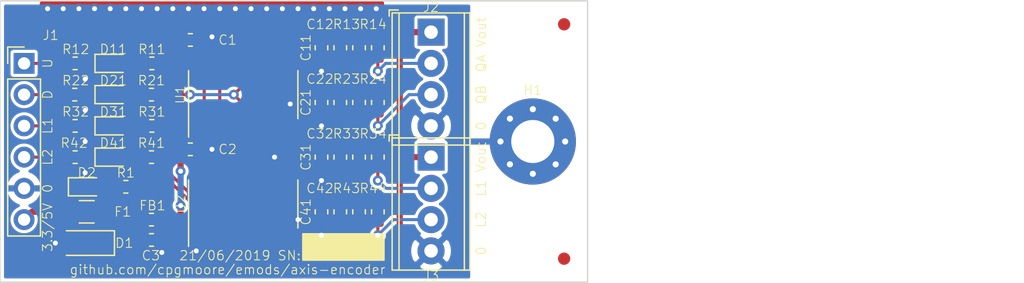
<source format=kicad_pcb>
(kicad_pcb (version 20171130) (host pcbnew 5.1.2-f72e74a~84~ubuntu18.04.1)

  (general
    (thickness 1.6)
    (drawings 24)
    (tracks 270)
    (zones 0)
    (modules 46)
    (nets 32)
  )

  (page A4)
  (title_block
    (title emods/axis-encoder)
    (date 21/06/19)
    (rev 21/06/19)
    (comment 4 github.com/cpgmoore/emods/axis-encoder)
  )

  (layers
    (0 F.Cu signal)
    (31 B.Cu signal)
    (32 B.Adhes user)
    (33 F.Adhes user)
    (34 B.Paste user)
    (35 F.Paste user)
    (36 B.SilkS user)
    (37 F.SilkS user)
    (38 B.Mask user)
    (39 F.Mask user)
    (40 Dwgs.User user)
    (41 Cmts.User user)
    (42 Eco1.User user)
    (43 Eco2.User user)
    (44 Edge.Cuts user)
    (45 Margin user)
    (46 B.CrtYd user)
    (47 F.CrtYd user)
    (48 B.Fab user)
    (49 F.Fab user)
  )

  (setup
    (last_trace_width 0.25)
    (user_trace_width 0.5)
    (trace_clearance 0.2)
    (zone_clearance 0)
    (zone_45_only no)
    (trace_min 0.2)
    (via_size 0.8)
    (via_drill 0.4)
    (via_min_size 0.4)
    (via_min_drill 0.3)
    (uvia_size 0.3)
    (uvia_drill 0.1)
    (uvias_allowed no)
    (uvia_min_size 0.2)
    (uvia_min_drill 0.1)
    (edge_width 0.05)
    (segment_width 0.2)
    (pcb_text_width 0.3)
    (pcb_text_size 1.5 1.5)
    (mod_edge_width 0.12)
    (mod_text_size 1 1)
    (mod_text_width 0.15)
    (pad_size 1.524 1.524)
    (pad_drill 0.762)
    (pad_to_mask_clearance 0.051)
    (solder_mask_min_width 0.25)
    (aux_axis_origin 0 0)
    (visible_elements FFFFFF7F)
    (pcbplotparams
      (layerselection 0x010fc_ffffffff)
      (usegerberextensions false)
      (usegerberattributes false)
      (usegerberadvancedattributes false)
      (creategerberjobfile false)
      (excludeedgelayer true)
      (linewidth 0.100000)
      (plotframeref false)
      (viasonmask true)
      (mode 1)
      (useauxorigin false)
      (hpglpennumber 1)
      (hpglpenspeed 20)
      (hpglpendiameter 15.000000)
      (psnegative false)
      (psa4output false)
      (plotreference true)
      (plotvalue true)
      (plotinvisibletext false)
      (padsonsilk false)
      (subtractmaskfromsilk true)
      (outputformat 1)
      (mirror false)
      (drillshape 0)
      (scaleselection 1)
      (outputdirectory "gerbers/"))
  )

  (net 0 "")
  (net 1 GND)
  (net 2 /VCC)
  (net 3 Vcc)
  (net 4 "Net-(C11-Pad1)")
  (net 5 "Net-(C21-Pad1)")
  (net 6 "Net-(C31-Pad1)")
  (net 7 "Net-(C41-Pad1)")
  (net 8 "Net-(D2-Pad2)")
  (net 9 "Net-(D11-Pad2)")
  (net 10 "Net-(D21-Pad2)")
  (net 11 "Net-(D31-Pad2)")
  (net 12 "Net-(D41-Pad2)")
  (net 13 /LIM_1)
  (net 14 /LIM_2)
  (net 15 /QUAD_A)
  (net 16 /QUAD_B)
  (net 17 "Net-(R11-Pad2)")
  (net 18 "Net-(R21-Pad2)")
  (net 19 "Net-(R31-Pad2)")
  (net 20 "Net-(R41-Pad2)")
  (net 21 "Net-(U1-Pad12)")
  (net 22 "Net-(U1-Pad1)")
  (net 23 "Net-(U1-Pad8)")
  (net 24 "Net-(U1-Pad6)")
  (net 25 /Q_UP)
  (net 26 /Q_DN)
  (net 27 /L_1)
  (net 28 /L_2)
  (net 29 "Net-(U2-Pad2)")
  (net 30 "Net-(U2-Pad8)")
  (net 31 "Net-(C3-Pad1)")

  (net_class Default "This is the default net class."
    (clearance 0.2)
    (trace_width 0.25)
    (via_dia 0.8)
    (via_drill 0.4)
    (uvia_dia 0.3)
    (uvia_drill 0.1)
    (add_net /LIM_1)
    (add_net /LIM_2)
    (add_net /L_1)
    (add_net /L_2)
    (add_net /QUAD_A)
    (add_net /QUAD_B)
    (add_net /Q_DN)
    (add_net /Q_UP)
    (add_net /VCC)
    (add_net GND)
    (add_net "Net-(C11-Pad1)")
    (add_net "Net-(C21-Pad1)")
    (add_net "Net-(C3-Pad1)")
    (add_net "Net-(C31-Pad1)")
    (add_net "Net-(C41-Pad1)")
    (add_net "Net-(D11-Pad2)")
    (add_net "Net-(D2-Pad2)")
    (add_net "Net-(D21-Pad2)")
    (add_net "Net-(D31-Pad2)")
    (add_net "Net-(D41-Pad2)")
    (add_net "Net-(R11-Pad2)")
    (add_net "Net-(R21-Pad2)")
    (add_net "Net-(R31-Pad2)")
    (add_net "Net-(R41-Pad2)")
    (add_net "Net-(U1-Pad1)")
    (add_net "Net-(U1-Pad12)")
    (add_net "Net-(U1-Pad6)")
    (add_net "Net-(U1-Pad8)")
    (add_net "Net-(U2-Pad2)")
    (add_net "Net-(U2-Pad8)")
    (add_net Vcc)
  )

  (module Package_SO:SOIC-14_3.9x8.7mm_P1.27mm (layer F.Cu) (tedit 5C97300E) (tstamp 5CFA5581)
    (at 141.605 102.87 90)
    (descr "SOIC, 14 Pin (JEDEC MS-012AB, https://www.analog.com/media/en/package-pcb-resources/package/pkg_pdf/soic_narrow-r/r_14.pdf), generated with kicad-footprint-generator ipc_gullwing_generator.py")
    (tags "SOIC SO")
    (path /5CFAA8BE)
    (attr smd)
    (fp_text reference U2 (at 0 -5.08 90) (layer F.SilkS)
      (effects (font (size 0.762 0.762) (thickness 0.0762)))
    )
    (fp_text value 74xx14 (at 1.397 -2.032) (layer F.Fab)
      (effects (font (size 0.762 0.762) (thickness 0.0762)))
    )
    (fp_line (start 0 4.435) (end 1.95 4.435) (layer F.SilkS) (width 0.12))
    (fp_line (start 0 4.435) (end -1.95 4.435) (layer F.SilkS) (width 0.12))
    (fp_line (start 0 -4.435) (end 1.95 -4.435) (layer F.SilkS) (width 0.12))
    (fp_line (start 0 -4.435) (end -3.45 -4.435) (layer F.SilkS) (width 0.12))
    (fp_line (start -0.975 -4.325) (end 1.95 -4.325) (layer F.Fab) (width 0.1))
    (fp_line (start 1.95 -4.325) (end 1.95 4.325) (layer F.Fab) (width 0.1))
    (fp_line (start 1.95 4.325) (end -1.95 4.325) (layer F.Fab) (width 0.1))
    (fp_line (start -1.95 4.325) (end -1.95 -3.35) (layer F.Fab) (width 0.1))
    (fp_line (start -1.95 -3.35) (end -0.975 -4.325) (layer F.Fab) (width 0.1))
    (fp_line (start -3.7 -4.58) (end -3.7 4.58) (layer F.CrtYd) (width 0.05))
    (fp_line (start -3.7 4.58) (end 3.7 4.58) (layer F.CrtYd) (width 0.05))
    (fp_line (start 3.7 4.58) (end 3.7 -4.58) (layer F.CrtYd) (width 0.05))
    (fp_line (start 3.7 -4.58) (end -3.7 -4.58) (layer F.CrtYd) (width 0.05))
    (fp_text user %R (at 0 0 90) (layer F.Fab)
      (effects (font (size 0.381 0.381) (thickness 0.0762)))
    )
    (pad 1 smd roundrect (at -2.475 -3.81 90) (size 1.95 0.6) (layers F.Cu F.Paste F.Mask) (roundrect_rratio 0.25)
      (net 1 GND))
    (pad 2 smd roundrect (at -2.475 -2.54 90) (size 1.95 0.6) (layers F.Cu F.Paste F.Mask) (roundrect_rratio 0.25)
      (net 29 "Net-(U2-Pad2)"))
    (pad 3 smd roundrect (at -2.475 -1.27 90) (size 1.95 0.6) (layers F.Cu F.Paste F.Mask) (roundrect_rratio 0.25)
      (net 7 "Net-(C41-Pad1)"))
    (pad 4 smd roundrect (at -2.475 0 90) (size 1.95 0.6) (layers F.Cu F.Paste F.Mask) (roundrect_rratio 0.25)
      (net 20 "Net-(R41-Pad2)"))
    (pad 5 smd roundrect (at -2.475 1.27 90) (size 1.95 0.6) (layers F.Cu F.Paste F.Mask) (roundrect_rratio 0.25)
      (net 6 "Net-(C31-Pad1)"))
    (pad 6 smd roundrect (at -2.475 2.54 90) (size 1.95 0.6) (layers F.Cu F.Paste F.Mask) (roundrect_rratio 0.25)
      (net 19 "Net-(R31-Pad2)"))
    (pad 7 smd roundrect (at -2.475 3.81 90) (size 1.95 0.6) (layers F.Cu F.Paste F.Mask) (roundrect_rratio 0.25)
      (net 1 GND))
    (pad 8 smd roundrect (at 2.475 3.81 90) (size 1.95 0.6) (layers F.Cu F.Paste F.Mask) (roundrect_rratio 0.25)
      (net 30 "Net-(U2-Pad8)"))
    (pad 9 smd roundrect (at 2.475 2.54 90) (size 1.95 0.6) (layers F.Cu F.Paste F.Mask) (roundrect_rratio 0.25)
      (net 1 GND))
    (pad 10 smd roundrect (at 2.475 1.27 90) (size 1.95 0.6) (layers F.Cu F.Paste F.Mask) (roundrect_rratio 0.25)
      (net 21 "Net-(U1-Pad12)"))
    (pad 11 smd roundrect (at 2.475 0 90) (size 1.95 0.6) (layers F.Cu F.Paste F.Mask) (roundrect_rratio 0.25)
      (net 4 "Net-(C11-Pad1)"))
    (pad 12 smd roundrect (at 2.475 -1.27 90) (size 1.95 0.6) (layers F.Cu F.Paste F.Mask) (roundrect_rratio 0.25)
      (net 22 "Net-(U1-Pad1)"))
    (pad 13 smd roundrect (at 2.475 -2.54 90) (size 1.95 0.6) (layers F.Cu F.Paste F.Mask) (roundrect_rratio 0.25)
      (net 5 "Net-(C21-Pad1)"))
    (pad 14 smd roundrect (at 2.475 -3.81 90) (size 1.95 0.6) (layers F.Cu F.Paste F.Mask) (roundrect_rratio 0.25)
      (net 3 Vcc))
    (model ${KISYS3DMOD}/Package_SO.3dshapes/SOIC-14_3.9x8.7mm_P1.27mm.wrl
      (at (xyz 0 0 0))
      (scale (xyz 1 1 1))
      (rotate (xyz 0 0 0))
    )
  )

  (module Diode_SMD:D_SOD-123 (layer F.Cu) (tedit 58645DC7) (tstamp 5CFCBCA9)
    (at 128.905 106.045 180)
    (descr SOD-123)
    (tags SOD-123)
    (path /5D0EC885)
    (attr smd)
    (fp_text reference D1 (at -3.048 0) (layer F.SilkS)
      (effects (font (size 0.762 0.762) (thickness 0.0762)))
    )
    (fp_text value 520/530/540 (at -0.508 -1.905) (layer F.Fab)
      (effects (font (size 0.762 0.762) (thickness 0.0762)))
    )
    (fp_line (start -2.25 -1) (end 1.65 -1) (layer F.SilkS) (width 0.12))
    (fp_line (start -2.25 1) (end 1.65 1) (layer F.SilkS) (width 0.12))
    (fp_line (start -2.35 -1.15) (end -2.35 1.15) (layer F.CrtYd) (width 0.05))
    (fp_line (start 2.35 1.15) (end -2.35 1.15) (layer F.CrtYd) (width 0.05))
    (fp_line (start 2.35 -1.15) (end 2.35 1.15) (layer F.CrtYd) (width 0.05))
    (fp_line (start -2.35 -1.15) (end 2.35 -1.15) (layer F.CrtYd) (width 0.05))
    (fp_line (start -1.4 -0.9) (end 1.4 -0.9) (layer F.Fab) (width 0.1))
    (fp_line (start 1.4 -0.9) (end 1.4 0.9) (layer F.Fab) (width 0.1))
    (fp_line (start 1.4 0.9) (end -1.4 0.9) (layer F.Fab) (width 0.1))
    (fp_line (start -1.4 0.9) (end -1.4 -0.9) (layer F.Fab) (width 0.1))
    (fp_line (start -0.75 0) (end -0.35 0) (layer F.Fab) (width 0.1))
    (fp_line (start -0.35 0) (end -0.35 -0.55) (layer F.Fab) (width 0.1))
    (fp_line (start -0.35 0) (end -0.35 0.55) (layer F.Fab) (width 0.1))
    (fp_line (start -0.35 0) (end 0.25 -0.4) (layer F.Fab) (width 0.1))
    (fp_line (start 0.25 -0.4) (end 0.25 0.4) (layer F.Fab) (width 0.1))
    (fp_line (start 0.25 0.4) (end -0.35 0) (layer F.Fab) (width 0.1))
    (fp_line (start 0.25 0) (end 0.75 0) (layer F.Fab) (width 0.1))
    (fp_line (start -2.25 -1) (end -2.25 1) (layer F.SilkS) (width 0.12))
    (fp_text user %R (at 0.889 0.508) (layer F.Fab)
      (effects (font (size 0.381 0.381) (thickness 0.0762)))
    )
    (pad 2 smd rect (at 1.65 0 180) (size 0.9 1.2) (layers F.Cu F.Paste F.Mask)
      (net 1 GND))
    (pad 1 smd rect (at -1.65 0 180) (size 0.9 1.2) (layers F.Cu F.Paste F.Mask)
      (net 31 "Net-(C3-Pad1)"))
    (model ${KISYS3DMOD}/Diode_SMD.3dshapes/D_SOD-123.wrl
      (at (xyz 0 0 0))
      (scale (xyz 1 1 1))
      (rotate (xyz 0 0 0))
    )
  )

  (module Fuse:Fuse_1206_3216Metric (layer F.Cu) (tedit 5B301BBE) (tstamp 5D0D00E0)
    (at 128.905 103.505 180)
    (descr "Fuse SMD 1206 (3216 Metric), square (rectangular) end terminal, IPC_7351 nominal, (Body size source: http://www.tortai-tech.com/upload/download/2011102023233369053.pdf), generated with kicad-footprint-generator")
    (tags resistor)
    (path /5CFC13DB)
    (attr smd)
    (fp_text reference F1 (at -2.921 0) (layer F.SilkS)
      (effects (font (size 0.762 0.762) (thickness 0.0762)))
    )
    (fp_text value 100mA (at -0.381 -0.254 180) (layer F.Fab)
      (effects (font (size 0.762 0.762) (thickness 0.0762)))
    )
    (fp_line (start -1.6 0.8) (end -1.6 -0.8) (layer F.Fab) (width 0.1))
    (fp_line (start -1.6 -0.8) (end 1.6 -0.8) (layer F.Fab) (width 0.1))
    (fp_line (start 1.6 -0.8) (end 1.6 0.8) (layer F.Fab) (width 0.1))
    (fp_line (start 1.6 0.8) (end -1.6 0.8) (layer F.Fab) (width 0.1))
    (fp_line (start -0.602064 -0.91) (end 0.602064 -0.91) (layer F.SilkS) (width 0.12))
    (fp_line (start -0.602064 0.91) (end 0.602064 0.91) (layer F.SilkS) (width 0.12))
    (fp_line (start -2.28 1.12) (end -2.28 -1.12) (layer F.CrtYd) (width 0.05))
    (fp_line (start -2.28 -1.12) (end 2.28 -1.12) (layer F.CrtYd) (width 0.05))
    (fp_line (start 2.28 -1.12) (end 2.28 1.12) (layer F.CrtYd) (width 0.05))
    (fp_line (start 2.28 1.12) (end -2.28 1.12) (layer F.CrtYd) (width 0.05))
    (fp_text user %R (at 1.143 0.508) (layer F.Fab)
      (effects (font (size 0.381 0.381) (thickness 0.0762)))
    )
    (pad 1 smd roundrect (at -1.4 0 180) (size 1.25 1.75) (layers F.Cu F.Paste F.Mask) (roundrect_rratio 0.2)
      (net 31 "Net-(C3-Pad1)"))
    (pad 2 smd roundrect (at 1.4 0 180) (size 1.25 1.75) (layers F.Cu F.Paste F.Mask) (roundrect_rratio 0.2)
      (net 2 /VCC))
    (model ${KISYS3DMOD}/Fuse.3dshapes/Fuse_1206_3216Metric.wrl
      (at (xyz 0 0 0))
      (scale (xyz 1 1 1))
      (rotate (xyz 0 0 0))
    )
  )

  (module Fiducial:Fiducial_1mm_Mask2mm (layer F.Cu) (tedit 5C18CB26) (tstamp 5CFA64B3)
    (at 123.825 88.265)
    (descr "Circular Fiducial, 1mm bare copper, 2mm soldermask opening (Level A)")
    (tags fiducial)
    (path /5D06573B)
    (attr smd)
    (fp_text reference FID1 (at 3.175 -0.635) (layer F.SilkS) hide
      (effects (font (size 0.762 0.762) (thickness 0.0762)))
    )
    (fp_text value Fiducial (at 0 2) (layer F.Fab) hide
      (effects (font (size 0.762 0.762) (thickness 0.0762)))
    )
    (fp_circle (center 0 0) (end 1.25 0) (layer F.CrtYd) (width 0.05))
    (fp_text user %R (at 0 0) (layer F.Fab)
      (effects (font (size 0.381 0.381) (thickness 0.0762)))
    )
    (fp_circle (center 0 0) (end 1 0) (layer F.Fab) (width 0.1))
    (pad "" smd circle (at 0 0) (size 1 1) (layers F.Cu F.Mask)
      (solder_mask_margin 0.5) (clearance 0.5))
  )

  (module Fiducial:Fiducial_1mm_Mask2mm (layer F.Cu) (tedit 5C18CB26) (tstamp 5CFD6D34)
    (at 167.64 88.265)
    (descr "Circular Fiducial, 1mm bare copper, 2mm soldermask opening (Level A)")
    (tags fiducial)
    (path /5D0661B8)
    (attr smd)
    (fp_text reference FID2 (at 0 1.905) (layer F.SilkS) hide
      (effects (font (size 0.762 0.762) (thickness 0.0762)))
    )
    (fp_text value Fiducial (at 0 2) (layer F.Fab) hide
      (effects (font (size 0.762 0.762) (thickness 0.0762)))
    )
    (fp_circle (center 0 0) (end 1 0) (layer F.Fab) (width 0.1))
    (fp_text user %R (at 0 0) (layer F.Fab)
      (effects (font (size 0.381 0.381) (thickness 0.0762)))
    )
    (fp_circle (center 0 0) (end 1.25 0) (layer F.CrtYd) (width 0.05))
    (pad "" smd circle (at 0 0) (size 1 1) (layers F.Cu F.Mask)
      (solder_mask_margin 0.5) (clearance 0.5))
  )

  (module Fiducial:Fiducial_1mm_Mask2mm (layer F.Cu) (tedit 5C18CB26) (tstamp 5CFA538D)
    (at 123.825 107.315)
    (descr "Circular Fiducial, 1mm bare copper, 2mm soldermask opening (Level A)")
    (tags fiducial)
    (path /5D2A352E)
    (attr smd)
    (fp_text reference FID3 (at 3.175 0.635) (layer F.SilkS) hide
      (effects (font (size 0.762 0.762) (thickness 0.0762)))
    )
    (fp_text value Fiducial (at 0 2) (layer F.Fab) hide
      (effects (font (size 0.762 0.762) (thickness 0.0762)))
    )
    (fp_circle (center 0 0) (end 1.25 0) (layer F.CrtYd) (width 0.05))
    (fp_text user %R (at 0 0) (layer F.Fab)
      (effects (font (size 0.381 0.381) (thickness 0.0762)))
    )
    (fp_circle (center 0 0) (end 1 0) (layer F.Fab) (width 0.1))
    (pad "" smd circle (at 0 0) (size 1 1) (layers F.Cu F.Mask)
      (solder_mask_margin 0.5) (clearance 0.5))
  )

  (module Fiducial:Fiducial_1mm_Mask2mm (layer F.Cu) (tedit 5C18CB26) (tstamp 5CFD6CAA)
    (at 167.64 107.315)
    (descr "Circular Fiducial, 1mm bare copper, 2mm soldermask opening (Level A)")
    (tags fiducial)
    (path /5D2A37CC)
    (attr smd)
    (fp_text reference FID4 (at 0 -1.905) (layer F.SilkS) hide
      (effects (font (size 0.762 0.762) (thickness 0.0762)))
    )
    (fp_text value Fiducial (at 0 2) (layer F.Fab) hide
      (effects (font (size 0.762 0.762) (thickness 0.0762)))
    )
    (fp_circle (center 0 0) (end 1 0) (layer F.Fab) (width 0.1))
    (fp_text user %R (at 0 0) (layer F.Fab)
      (effects (font (size 0.381 0.381) (thickness 0.0762)))
    )
    (fp_circle (center 0 0) (end 1.25 0) (layer F.CrtYd) (width 0.05))
    (pad "" smd circle (at 0 0) (size 1 1) (layers F.Cu F.Mask)
      (solder_mask_margin 0.5) (clearance 0.5))
  )

  (module MountingHole:MountingHole_3.5mm_Pad_Via (layer F.Cu) (tedit 56DDBDB4) (tstamp 5D0D83D9)
    (at 165.1 97.79)
    (descr "Mounting Hole 3.5mm")
    (tags "mounting hole 3.5mm")
    (path /5D066910)
    (attr virtual)
    (fp_text reference H1 (at 0 -4.191) (layer F.SilkS)
      (effects (font (size 0.762 0.762) (thickness 0.0762)))
    )
    (fp_text value MountingHole_Pad (at 0 4.5) (layer F.Fab) hide
      (effects (font (size 0.762 0.762) (thickness 0.0762)))
    )
    (fp_text user %R (at 0.3 0) (layer F.Fab)
      (effects (font (size 0.381 0.381) (thickness 0.0762)))
    )
    (fp_circle (center 0 0) (end 3.5 0) (layer Cmts.User) (width 0.15))
    (fp_circle (center 0 0) (end 3.75 0) (layer F.CrtYd) (width 0.05))
    (pad 1 thru_hole circle (at 0 0) (size 7 7) (drill 3.5) (layers *.Cu *.Mask)
      (net 1 GND))
    (pad 1 thru_hole circle (at 2.625 0) (size 0.8 0.8) (drill 0.5) (layers *.Cu *.Mask)
      (net 1 GND))
    (pad 1 thru_hole circle (at 1.856155 1.856155) (size 0.8 0.8) (drill 0.5) (layers *.Cu *.Mask)
      (net 1 GND))
    (pad 1 thru_hole circle (at 0 2.625) (size 0.8 0.8) (drill 0.5) (layers *.Cu *.Mask)
      (net 1 GND))
    (pad 1 thru_hole circle (at -1.856155 1.856155) (size 0.8 0.8) (drill 0.5) (layers *.Cu *.Mask)
      (net 1 GND))
    (pad 1 thru_hole circle (at -2.625 0) (size 0.8 0.8) (drill 0.5) (layers *.Cu *.Mask)
      (net 1 GND))
    (pad 1 thru_hole circle (at -1.856155 -1.856155) (size 0.8 0.8) (drill 0.5) (layers *.Cu *.Mask)
      (net 1 GND))
    (pad 1 thru_hole circle (at 0 -2.625) (size 0.8 0.8) (drill 0.5) (layers *.Cu *.Mask)
      (net 1 GND))
    (pad 1 thru_hole circle (at 1.856155 -1.856155) (size 0.8 0.8) (drill 0.5) (layers *.Cu *.Mask)
      (net 1 GND))
  )

  (module Connector_PinHeader_2.54mm:PinHeader_1x06_P2.54mm_Vertical (layer F.Cu) (tedit 59FED5CC) (tstamp 5CFA9B83)
    (at 123.825 91.44)
    (descr "Through hole straight pin header, 1x06, 2.54mm pitch, single row")
    (tags "Through hole pin header THT 1x06 2.54mm single row")
    (path /5CF9F596)
    (fp_text reference J1 (at 2.159 -2.286) (layer F.SilkS)
      (effects (font (size 0.762 0.762) (thickness 0.0762)))
    )
    (fp_text value PMOD (at 0 15.03) (layer F.Fab) hide
      (effects (font (size 0.762 0.762) (thickness 0.0762)))
    )
    (fp_line (start -0.635 -1.27) (end 1.27 -1.27) (layer F.Fab) (width 0.1))
    (fp_line (start 1.27 -1.27) (end 1.27 13.97) (layer F.Fab) (width 0.1))
    (fp_line (start 1.27 13.97) (end -1.27 13.97) (layer F.Fab) (width 0.1))
    (fp_line (start -1.27 13.97) (end -1.27 -0.635) (layer F.Fab) (width 0.1))
    (fp_line (start -1.27 -0.635) (end -0.635 -1.27) (layer F.Fab) (width 0.1))
    (fp_line (start -1.33 14.03) (end 1.33 14.03) (layer F.SilkS) (width 0.12))
    (fp_line (start -1.33 1.27) (end -1.33 14.03) (layer F.SilkS) (width 0.12))
    (fp_line (start 1.33 1.27) (end 1.33 14.03) (layer F.SilkS) (width 0.12))
    (fp_line (start -1.33 1.27) (end 1.33 1.27) (layer F.SilkS) (width 0.12))
    (fp_line (start -1.33 0) (end -1.33 -1.33) (layer F.SilkS) (width 0.12))
    (fp_line (start -1.33 -1.33) (end 0 -1.33) (layer F.SilkS) (width 0.12))
    (fp_line (start -1.8 -1.8) (end -1.8 14.5) (layer F.CrtYd) (width 0.05))
    (fp_line (start -1.8 14.5) (end 1.8 14.5) (layer F.CrtYd) (width 0.05))
    (fp_line (start 1.8 14.5) (end 1.8 -1.8) (layer F.CrtYd) (width 0.05))
    (fp_line (start 1.8 -1.8) (end -1.8 -1.8) (layer F.CrtYd) (width 0.05))
    (fp_text user %R (at 0 6.35 90) (layer F.Fab)
      (effects (font (size 0.381 0.381) (thickness 0.0762)))
    )
    (pad 1 thru_hole rect (at 0 0) (size 1.7 1.7) (drill 1) (layers *.Cu *.Mask)
      (net 25 /Q_UP))
    (pad 2 thru_hole oval (at 0 2.54) (size 1.7 1.7) (drill 1) (layers *.Cu *.Mask)
      (net 26 /Q_DN))
    (pad 3 thru_hole oval (at 0 5.08) (size 1.7 1.7) (drill 1) (layers *.Cu *.Mask)
      (net 27 /L_1))
    (pad 4 thru_hole oval (at 0 7.62) (size 1.7 1.7) (drill 1) (layers *.Cu *.Mask)
      (net 28 /L_2))
    (pad 5 thru_hole oval (at 0 10.16) (size 1.7 1.7) (drill 1) (layers *.Cu *.Mask)
      (net 1 GND))
    (pad 6 thru_hole oval (at 0 12.7) (size 1.7 1.7) (drill 1) (layers *.Cu *.Mask)
      (net 2 /VCC))
    (model ${KISYS3DMOD}/Connector_PinHeader_2.54mm.3dshapes/PinHeader_1x06_P2.54mm_Vertical.wrl
      (at (xyz 0 0 0))
      (scale (xyz 1 1 1))
      (rotate (xyz 0 0 0))
    )
  )

  (module TerminalBlock_Phoenix:TerminalBlock_Phoenix_MPT-0,5-4-2.54_1x04_P2.54mm_Horizontal (layer F.Cu) (tedit 5B294F98) (tstamp 5CFD6CDF)
    (at 156.845 88.9 270)
    (descr "Terminal Block Phoenix MPT-0,5-4-2.54, 4 pins, pitch 2.54mm, size 10.6x6.2mm^2, drill diamater 1.1mm, pad diameter 2.2mm, see http://www.mouser.com/ds/2/324/ItemDetail_1725672-916605.pdf, script-generated using https://github.com/pointhi/kicad-footprint-generator/scripts/TerminalBlock_Phoenix")
    (tags "THT Terminal Block Phoenix MPT-0,5-4-2.54 pitch 2.54mm size 10.6x6.2mm^2 drill 1.1mm pad 2.2mm")
    (path /5CFCBA6F)
    (fp_text reference J2 (at -2.032 0 180) (layer F.SilkS)
      (effects (font (size 0.762 0.762) (thickness 0.0762)))
    )
    (fp_text value Encoder (at 3.81 -1.905 270) (layer F.Fab)
      (effects (font (size 0.762 0.762) (thickness 0.0762)))
    )
    (fp_circle (center 0 0) (end 1.1 0) (layer F.Fab) (width 0.1))
    (fp_circle (center 2.54 0) (end 3.64 0) (layer F.Fab) (width 0.1))
    (fp_circle (center 5.08 0) (end 6.18 0) (layer F.Fab) (width 0.1))
    (fp_circle (center 7.62 0) (end 8.72 0) (layer F.Fab) (width 0.1))
    (fp_line (start -1.5 -3.1) (end 9.12 -3.1) (layer F.Fab) (width 0.1))
    (fp_line (start 9.12 -3.1) (end 9.12 3.1) (layer F.Fab) (width 0.1))
    (fp_line (start 9.12 3.1) (end -1 3.1) (layer F.Fab) (width 0.1))
    (fp_line (start -1 3.1) (end -1.5 2.6) (layer F.Fab) (width 0.1))
    (fp_line (start -1.5 2.6) (end -1.5 -3.1) (layer F.Fab) (width 0.1))
    (fp_line (start -1.5 2.6) (end 9.12 2.6) (layer F.Fab) (width 0.1))
    (fp_line (start -1.56 2.6) (end 9.18 2.6) (layer F.SilkS) (width 0.12))
    (fp_line (start -1.5 -2.7) (end 9.12 -2.7) (layer F.Fab) (width 0.1))
    (fp_line (start -1.56 -2.7) (end 9.18 -2.7) (layer F.SilkS) (width 0.12))
    (fp_line (start -1.56 -3.16) (end 9.18 -3.16) (layer F.SilkS) (width 0.12))
    (fp_line (start -1.56 3.16) (end 9.18 3.16) (layer F.SilkS) (width 0.12))
    (fp_line (start -1.56 -3.16) (end -1.56 3.16) (layer F.SilkS) (width 0.12))
    (fp_line (start 9.18 -3.16) (end 9.18 3.16) (layer F.SilkS) (width 0.12))
    (fp_line (start 0.835 -0.7) (end -0.701 0.835) (layer F.Fab) (width 0.1))
    (fp_line (start 0.701 -0.835) (end -0.835 0.7) (layer F.Fab) (width 0.1))
    (fp_line (start 3.375 -0.7) (end 1.84 0.835) (layer F.Fab) (width 0.1))
    (fp_line (start 3.241 -0.835) (end 1.706 0.7) (layer F.Fab) (width 0.1))
    (fp_line (start 5.915 -0.7) (end 4.38 0.835) (layer F.Fab) (width 0.1))
    (fp_line (start 5.781 -0.835) (end 4.246 0.7) (layer F.Fab) (width 0.1))
    (fp_line (start 8.455 -0.7) (end 6.92 0.835) (layer F.Fab) (width 0.1))
    (fp_line (start 8.321 -0.835) (end 6.786 0.7) (layer F.Fab) (width 0.1))
    (fp_line (start -1.8 2.66) (end -1.8 3.4) (layer F.SilkS) (width 0.12))
    (fp_line (start -1.8 3.4) (end -1.3 3.4) (layer F.SilkS) (width 0.12))
    (fp_line (start -2 -3.6) (end -2 3.6) (layer F.CrtYd) (width 0.05))
    (fp_line (start -2 3.6) (end 9.63 3.6) (layer F.CrtYd) (width 0.05))
    (fp_line (start 9.63 3.6) (end 9.63 -3.6) (layer F.CrtYd) (width 0.05))
    (fp_line (start 9.63 -3.6) (end -2 -3.6) (layer F.CrtYd) (width 0.05))
    (fp_text user %R (at 3.81 2 90) (layer F.Fab)
      (effects (font (size 0.381 0.381) (thickness 0.0762)))
    )
    (pad 1 thru_hole rect (at 0 0 270) (size 2.2 2.2) (drill 1.1) (layers *.Cu *.Mask)
      (net 3 Vcc))
    (pad 2 thru_hole circle (at 2.54 0 270) (size 2.2 2.2) (drill 1.1) (layers *.Cu *.Mask)
      (net 15 /QUAD_A))
    (pad 3 thru_hole circle (at 5.08 0 270) (size 2.2 2.2) (drill 1.1) (layers *.Cu *.Mask)
      (net 16 /QUAD_B))
    (pad 4 thru_hole circle (at 7.62 0 270) (size 2.2 2.2) (drill 1.1) (layers *.Cu *.Mask)
      (net 1 GND))
    (model ${KISYS3DMOD}/TerminalBlock_Phoenix.3dshapes/TerminalBlock_Phoenix_MPT-0,5-4-2.54_1x04_P2.54mm_Horizontal.wrl
      (at (xyz 0 0 0))
      (scale (xyz 1 1 1))
      (rotate (xyz 0 0 0))
    )
  )

  (module TerminalBlock_Phoenix:TerminalBlock_Phoenix_MPT-0,5-4-2.54_1x04_P2.54mm_Horizontal (layer F.Cu) (tedit 5B294F98) (tstamp 5CFD6D96)
    (at 156.845 99.06 270)
    (descr "Terminal Block Phoenix MPT-0,5-4-2.54, 4 pins, pitch 2.54mm, size 10.6x6.2mm^2, drill diamater 1.1mm, pad diameter 2.2mm, see http://www.mouser.com/ds/2/324/ItemDetail_1725672-916605.pdf, script-generated using https://github.com/pointhi/kicad-footprint-generator/scripts/TerminalBlock_Phoenix")
    (tags "THT Terminal Block Phoenix MPT-0,5-4-2.54 pitch 2.54mm size 10.6x6.2mm^2 drill 1.1mm pad 2.2mm")
    (path /5CFCC25A)
    (fp_text reference J3 (at 9.652 0 180) (layer F.SilkS)
      (effects (font (size 0.762 0.762) (thickness 0.0762)))
    )
    (fp_text value Limits (at 3.81 -1.905 90) (layer F.Fab)
      (effects (font (size 0.762 0.762) (thickness 0.0762)))
    )
    (fp_text user %R (at 3.81 2 90) (layer F.Fab)
      (effects (font (size 0.381 0.381) (thickness 0.0762)))
    )
    (fp_line (start 9.63 -3.6) (end -2 -3.6) (layer F.CrtYd) (width 0.05))
    (fp_line (start 9.63 3.6) (end 9.63 -3.6) (layer F.CrtYd) (width 0.05))
    (fp_line (start -2 3.6) (end 9.63 3.6) (layer F.CrtYd) (width 0.05))
    (fp_line (start -2 -3.6) (end -2 3.6) (layer F.CrtYd) (width 0.05))
    (fp_line (start -1.8 3.4) (end -1.3 3.4) (layer F.SilkS) (width 0.12))
    (fp_line (start -1.8 2.66) (end -1.8 3.4) (layer F.SilkS) (width 0.12))
    (fp_line (start 8.321 -0.835) (end 6.786 0.7) (layer F.Fab) (width 0.1))
    (fp_line (start 8.455 -0.7) (end 6.92 0.835) (layer F.Fab) (width 0.1))
    (fp_line (start 5.781 -0.835) (end 4.246 0.7) (layer F.Fab) (width 0.1))
    (fp_line (start 5.915 -0.7) (end 4.38 0.835) (layer F.Fab) (width 0.1))
    (fp_line (start 3.241 -0.835) (end 1.706 0.7) (layer F.Fab) (width 0.1))
    (fp_line (start 3.375 -0.7) (end 1.84 0.835) (layer F.Fab) (width 0.1))
    (fp_line (start 0.701 -0.835) (end -0.835 0.7) (layer F.Fab) (width 0.1))
    (fp_line (start 0.835 -0.7) (end -0.701 0.835) (layer F.Fab) (width 0.1))
    (fp_line (start 9.18 -3.16) (end 9.18 3.16) (layer F.SilkS) (width 0.12))
    (fp_line (start -1.56 -3.16) (end -1.56 3.16) (layer F.SilkS) (width 0.12))
    (fp_line (start -1.56 3.16) (end 9.18 3.16) (layer F.SilkS) (width 0.12))
    (fp_line (start -1.56 -3.16) (end 9.18 -3.16) (layer F.SilkS) (width 0.12))
    (fp_line (start -1.56 -2.7) (end 9.18 -2.7) (layer F.SilkS) (width 0.12))
    (fp_line (start -1.5 -2.7) (end 9.12 -2.7) (layer F.Fab) (width 0.1))
    (fp_line (start -1.56 2.6) (end 9.18 2.6) (layer F.SilkS) (width 0.12))
    (fp_line (start -1.5 2.6) (end 9.12 2.6) (layer F.Fab) (width 0.1))
    (fp_line (start -1.5 2.6) (end -1.5 -3.1) (layer F.Fab) (width 0.1))
    (fp_line (start -1 3.1) (end -1.5 2.6) (layer F.Fab) (width 0.1))
    (fp_line (start 9.12 3.1) (end -1 3.1) (layer F.Fab) (width 0.1))
    (fp_line (start 9.12 -3.1) (end 9.12 3.1) (layer F.Fab) (width 0.1))
    (fp_line (start -1.5 -3.1) (end 9.12 -3.1) (layer F.Fab) (width 0.1))
    (fp_circle (center 7.62 0) (end 8.72 0) (layer F.Fab) (width 0.1))
    (fp_circle (center 5.08 0) (end 6.18 0) (layer F.Fab) (width 0.1))
    (fp_circle (center 2.54 0) (end 3.64 0) (layer F.Fab) (width 0.1))
    (fp_circle (center 0 0) (end 1.1 0) (layer F.Fab) (width 0.1))
    (pad 4 thru_hole circle (at 7.62 0 270) (size 2.2 2.2) (drill 1.1) (layers *.Cu *.Mask)
      (net 1 GND))
    (pad 3 thru_hole circle (at 5.08 0 270) (size 2.2 2.2) (drill 1.1) (layers *.Cu *.Mask)
      (net 14 /LIM_2))
    (pad 2 thru_hole circle (at 2.54 0 270) (size 2.2 2.2) (drill 1.1) (layers *.Cu *.Mask)
      (net 13 /LIM_1))
    (pad 1 thru_hole rect (at 0 0 270) (size 2.2 2.2) (drill 1.1) (layers *.Cu *.Mask)
      (net 3 Vcc))
    (model ${KISYS3DMOD}/TerminalBlock_Phoenix.3dshapes/TerminalBlock_Phoenix_MPT-0,5-4-2.54_1x04_P2.54mm_Horizontal.wrl
      (at (xyz 0 0 0))
      (scale (xyz 1 1 1))
      (rotate (xyz 0 0 0))
    )
  )

  (module Package_SO:SOIC-14_3.9x8.7mm_P1.27mm (layer F.Cu) (tedit 5C97300E) (tstamp 5CFA5561)
    (at 141.605 93.98 90)
    (descr "SOIC, 14 Pin (JEDEC MS-012AB, https://www.analog.com/media/en/package-pcb-resources/package/pkg_pdf/soic_narrow-r/r_14.pdf), generated with kicad-footprint-generator ipc_gullwing_generator.py")
    (tags "SOIC SO")
    (path /5D0A1841)
    (attr smd)
    (fp_text reference U1 (at 0 -5.08 90) (layer F.SilkS)
      (effects (font (size 0.762 0.762) (thickness 0.0762)))
    )
    (fp_text value 74xx74 (at 1.397 -2.032 180) (layer F.Fab)
      (effects (font (size 0.762 0.762) (thickness 0.0762)))
    )
    (fp_text user %R (at 0 0 90) (layer F.Fab)
      (effects (font (size 0.381 0.381) (thickness 0.0762)))
    )
    (fp_line (start 3.7 -4.58) (end -3.7 -4.58) (layer F.CrtYd) (width 0.05))
    (fp_line (start 3.7 4.58) (end 3.7 -4.58) (layer F.CrtYd) (width 0.05))
    (fp_line (start -3.7 4.58) (end 3.7 4.58) (layer F.CrtYd) (width 0.05))
    (fp_line (start -3.7 -4.58) (end -3.7 4.58) (layer F.CrtYd) (width 0.05))
    (fp_line (start -1.95 -3.35) (end -0.975 -4.325) (layer F.Fab) (width 0.1))
    (fp_line (start -1.95 4.325) (end -1.95 -3.35) (layer F.Fab) (width 0.1))
    (fp_line (start 1.95 4.325) (end -1.95 4.325) (layer F.Fab) (width 0.1))
    (fp_line (start 1.95 -4.325) (end 1.95 4.325) (layer F.Fab) (width 0.1))
    (fp_line (start -0.975 -4.325) (end 1.95 -4.325) (layer F.Fab) (width 0.1))
    (fp_line (start 0 -4.435) (end -3.45 -4.435) (layer F.SilkS) (width 0.12))
    (fp_line (start 0 -4.435) (end 1.95 -4.435) (layer F.SilkS) (width 0.12))
    (fp_line (start 0 4.435) (end -1.95 4.435) (layer F.SilkS) (width 0.12))
    (fp_line (start 0 4.435) (end 1.95 4.435) (layer F.SilkS) (width 0.12))
    (pad 14 smd roundrect (at 2.475 -3.81 90) (size 1.95 0.6) (layers F.Cu F.Paste F.Mask) (roundrect_rratio 0.25)
      (net 3 Vcc))
    (pad 13 smd roundrect (at 2.475 -2.54 90) (size 1.95 0.6) (layers F.Cu F.Paste F.Mask) (roundrect_rratio 0.25)
      (net 21 "Net-(U1-Pad12)"))
    (pad 12 smd roundrect (at 2.475 -1.27 90) (size 1.95 0.6) (layers F.Cu F.Paste F.Mask) (roundrect_rratio 0.25)
      (net 21 "Net-(U1-Pad12)"))
    (pad 11 smd roundrect (at 2.475 0 90) (size 1.95 0.6) (layers F.Cu F.Paste F.Mask) (roundrect_rratio 0.25)
      (net 22 "Net-(U1-Pad1)"))
    (pad 10 smd roundrect (at 2.475 1.27 90) (size 1.95 0.6) (layers F.Cu F.Paste F.Mask) (roundrect_rratio 0.25)
      (net 3 Vcc))
    (pad 9 smd roundrect (at 2.475 2.54 90) (size 1.95 0.6) (layers F.Cu F.Paste F.Mask) (roundrect_rratio 0.25)
      (net 18 "Net-(R21-Pad2)"))
    (pad 8 smd roundrect (at 2.475 3.81 90) (size 1.95 0.6) (layers F.Cu F.Paste F.Mask) (roundrect_rratio 0.25)
      (net 23 "Net-(U1-Pad8)"))
    (pad 7 smd roundrect (at -2.475 3.81 90) (size 1.95 0.6) (layers F.Cu F.Paste F.Mask) (roundrect_rratio 0.25)
      (net 1 GND))
    (pad 6 smd roundrect (at -2.475 2.54 90) (size 1.95 0.6) (layers F.Cu F.Paste F.Mask) (roundrect_rratio 0.25)
      (net 24 "Net-(U1-Pad6)"))
    (pad 5 smd roundrect (at -2.475 1.27 90) (size 1.95 0.6) (layers F.Cu F.Paste F.Mask) (roundrect_rratio 0.25)
      (net 17 "Net-(R11-Pad2)"))
    (pad 4 smd roundrect (at -2.475 0 90) (size 1.95 0.6) (layers F.Cu F.Paste F.Mask) (roundrect_rratio 0.25)
      (net 3 Vcc))
    (pad 3 smd roundrect (at -2.475 -1.27 90) (size 1.95 0.6) (layers F.Cu F.Paste F.Mask) (roundrect_rratio 0.25)
      (net 21 "Net-(U1-Pad12)"))
    (pad 2 smd roundrect (at -2.475 -2.54 90) (size 1.95 0.6) (layers F.Cu F.Paste F.Mask) (roundrect_rratio 0.25)
      (net 22 "Net-(U1-Pad1)"))
    (pad 1 smd roundrect (at -2.475 -3.81 90) (size 1.95 0.6) (layers F.Cu F.Paste F.Mask) (roundrect_rratio 0.25)
      (net 22 "Net-(U1-Pad1)"))
    (model ${KISYS3DMOD}/Package_SO.3dshapes/SOIC-14_3.9x8.7mm_P1.27mm.wrl
      (at (xyz 0 0 0))
      (scale (xyz 1 1 1))
      (rotate (xyz 0 0 0))
    )
  )

  (module Capacitor_SMD:C_0603_1608Metric (layer F.Cu) (tedit 5B301BBE) (tstamp 5CFCBBF9)
    (at 137.3125 89.535)
    (descr "Capacitor SMD 0603 (1608 Metric), square (rectangular) end terminal, IPC_7351 nominal, (Body size source: http://www.tortai-tech.com/upload/download/2011102023233369053.pdf), generated with kicad-footprint-generator")
    (tags capacitor)
    (path /5D0231F3)
    (attr smd)
    (fp_text reference C1 (at 3.0225 0) (layer F.SilkS)
      (effects (font (size 0.762 0.762) (thickness 0.0762)))
    )
    (fp_text value 0.1u (at 2.8955 0) (layer F.Fab)
      (effects (font (size 0.762 0.762) (thickness 0.0762)))
    )
    (fp_text user %R (at 0 0) (layer F.Fab)
      (effects (font (size 0.381 0.381) (thickness 0.0762)))
    )
    (fp_line (start 1.48 0.73) (end -1.48 0.73) (layer F.CrtYd) (width 0.05))
    (fp_line (start 1.48 -0.73) (end 1.48 0.73) (layer F.CrtYd) (width 0.05))
    (fp_line (start -1.48 -0.73) (end 1.48 -0.73) (layer F.CrtYd) (width 0.05))
    (fp_line (start -1.48 0.73) (end -1.48 -0.73) (layer F.CrtYd) (width 0.05))
    (fp_line (start -0.162779 0.51) (end 0.162779 0.51) (layer F.SilkS) (width 0.12))
    (fp_line (start -0.162779 -0.51) (end 0.162779 -0.51) (layer F.SilkS) (width 0.12))
    (fp_line (start 0.8 0.4) (end -0.8 0.4) (layer F.Fab) (width 0.1))
    (fp_line (start 0.8 -0.4) (end 0.8 0.4) (layer F.Fab) (width 0.1))
    (fp_line (start -0.8 -0.4) (end 0.8 -0.4) (layer F.Fab) (width 0.1))
    (fp_line (start -0.8 0.4) (end -0.8 -0.4) (layer F.Fab) (width 0.1))
    (pad 2 smd roundrect (at 0.7875 0) (size 0.875 0.95) (layers F.Cu F.Paste F.Mask) (roundrect_rratio 0.25)
      (net 1 GND))
    (pad 1 smd roundrect (at -0.7875 0) (size 0.875 0.95) (layers F.Cu F.Paste F.Mask) (roundrect_rratio 0.25)
      (net 3 Vcc))
    (model ${KISYS3DMOD}/Capacitor_SMD.3dshapes/C_0603_1608Metric.wrl
      (at (xyz 0 0 0))
      (scale (xyz 1 1 1))
      (rotate (xyz 0 0 0))
    )
  )

  (module Capacitor_SMD:C_0603_1608Metric (layer F.Cu) (tedit 5B301BBE) (tstamp 5CFDFC3E)
    (at 137.3125 98.425)
    (descr "Capacitor SMD 0603 (1608 Metric), square (rectangular) end terminal, IPC_7351 nominal, (Body size source: http://www.tortai-tech.com/upload/download/2011102023233369053.pdf), generated with kicad-footprint-generator")
    (tags capacitor)
    (path /5D029846)
    (attr smd)
    (fp_text reference C2 (at 3.0225 0) (layer F.SilkS)
      (effects (font (size 0.762 0.762) (thickness 0.0762)))
    )
    (fp_text value 0.1u (at 3.0225 0) (layer F.Fab)
      (effects (font (size 0.762 0.762) (thickness 0.0762)))
    )
    (fp_line (start -0.8 0.4) (end -0.8 -0.4) (layer F.Fab) (width 0.1))
    (fp_line (start -0.8 -0.4) (end 0.8 -0.4) (layer F.Fab) (width 0.1))
    (fp_line (start 0.8 -0.4) (end 0.8 0.4) (layer F.Fab) (width 0.1))
    (fp_line (start 0.8 0.4) (end -0.8 0.4) (layer F.Fab) (width 0.1))
    (fp_line (start -0.162779 -0.51) (end 0.162779 -0.51) (layer F.SilkS) (width 0.12))
    (fp_line (start -0.162779 0.51) (end 0.162779 0.51) (layer F.SilkS) (width 0.12))
    (fp_line (start -1.48 0.73) (end -1.48 -0.73) (layer F.CrtYd) (width 0.05))
    (fp_line (start -1.48 -0.73) (end 1.48 -0.73) (layer F.CrtYd) (width 0.05))
    (fp_line (start 1.48 -0.73) (end 1.48 0.73) (layer F.CrtYd) (width 0.05))
    (fp_line (start 1.48 0.73) (end -1.48 0.73) (layer F.CrtYd) (width 0.05))
    (fp_text user %R (at 0 0) (layer F.Fab)
      (effects (font (size 0.381 0.381) (thickness 0.0762)))
    )
    (pad 1 smd roundrect (at -0.7875 0) (size 0.875 0.95) (layers F.Cu F.Paste F.Mask) (roundrect_rratio 0.25)
      (net 3 Vcc))
    (pad 2 smd roundrect (at 0.7875 0) (size 0.875 0.95) (layers F.Cu F.Paste F.Mask) (roundrect_rratio 0.25)
      (net 1 GND))
    (model ${KISYS3DMOD}/Capacitor_SMD.3dshapes/C_0603_1608Metric.wrl
      (at (xyz 0 0 0))
      (scale (xyz 1 1 1))
      (rotate (xyz 0 0 0))
    )
  )

  (module Capacitor_SMD:C_0603_1608Metric (layer F.Cu) (tedit 5B301BBE) (tstamp 5CFCBC19)
    (at 134.1605 105.791)
    (descr "Capacitor SMD 0603 (1608 Metric), square (rectangular) end terminal, IPC_7351 nominal, (Body size source: http://www.tortai-tech.com/upload/download/2011102023233369053.pdf), generated with kicad-footprint-generator")
    (tags capacitor)
    (path /5CFA220F)
    (attr smd)
    (fp_text reference C3 (at -0.0485 1.27) (layer F.SilkS)
      (effects (font (size 0.762 0.762) (thickness 0.0762)))
    )
    (fp_text value 0.1u (at 0.0785 1.27) (layer F.Fab)
      (effects (font (size 0.762 0.762) (thickness 0.0762)))
    )
    (fp_line (start -0.8 0.4) (end -0.8 -0.4) (layer F.Fab) (width 0.1))
    (fp_line (start -0.8 -0.4) (end 0.8 -0.4) (layer F.Fab) (width 0.1))
    (fp_line (start 0.8 -0.4) (end 0.8 0.4) (layer F.Fab) (width 0.1))
    (fp_line (start 0.8 0.4) (end -0.8 0.4) (layer F.Fab) (width 0.1))
    (fp_line (start -0.162779 -0.51) (end 0.162779 -0.51) (layer F.SilkS) (width 0.12))
    (fp_line (start -0.162779 0.51) (end 0.162779 0.51) (layer F.SilkS) (width 0.12))
    (fp_line (start -1.48 0.73) (end -1.48 -0.73) (layer F.CrtYd) (width 0.05))
    (fp_line (start -1.48 -0.73) (end 1.48 -0.73) (layer F.CrtYd) (width 0.05))
    (fp_line (start 1.48 -0.73) (end 1.48 0.73) (layer F.CrtYd) (width 0.05))
    (fp_line (start 1.48 0.73) (end -1.48 0.73) (layer F.CrtYd) (width 0.05))
    (fp_text user %R (at 0 0) (layer F.Fab)
      (effects (font (size 0.381 0.381) (thickness 0.0762)))
    )
    (pad 1 smd roundrect (at -0.7875 0) (size 0.875 0.95) (layers F.Cu F.Paste F.Mask) (roundrect_rratio 0.25)
      (net 31 "Net-(C3-Pad1)"))
    (pad 2 smd roundrect (at 0.7875 0) (size 0.875 0.95) (layers F.Cu F.Paste F.Mask) (roundrect_rratio 0.25)
      (net 1 GND))
    (model ${KISYS3DMOD}/Capacitor_SMD.3dshapes/C_0603_1608Metric.wrl
      (at (xyz 0 0 0))
      (scale (xyz 1 1 1))
      (rotate (xyz 0 0 0))
    )
  )

  (module Capacitor_SMD:C_0603_1608Metric (layer F.Cu) (tedit 5B301BBE) (tstamp 5CFCBC29)
    (at 147.955 90.17 270)
    (descr "Capacitor SMD 0603 (1608 Metric), square (rectangular) end terminal, IPC_7351 nominal, (Body size source: http://www.tortai-tech.com/upload/download/2011102023233369053.pdf), generated with kicad-footprint-generator")
    (tags capacitor)
    (path /5CFAB64B)
    (attr smd)
    (fp_text reference C11 (at 0 1.27 270) (layer F.SilkS)
      (effects (font (size 0.762 0.762) (thickness 0.0762)))
    )
    (fp_text value 1n (at -2.159 0 90) (layer F.Fab)
      (effects (font (size 0.762 0.762) (thickness 0.0762)))
    )
    (fp_line (start -0.8 0.4) (end -0.8 -0.4) (layer F.Fab) (width 0.1))
    (fp_line (start -0.8 -0.4) (end 0.8 -0.4) (layer F.Fab) (width 0.1))
    (fp_line (start 0.8 -0.4) (end 0.8 0.4) (layer F.Fab) (width 0.1))
    (fp_line (start 0.8 0.4) (end -0.8 0.4) (layer F.Fab) (width 0.1))
    (fp_line (start -0.162779 -0.51) (end 0.162779 -0.51) (layer F.SilkS) (width 0.12))
    (fp_line (start -0.162779 0.51) (end 0.162779 0.51) (layer F.SilkS) (width 0.12))
    (fp_line (start -1.48 0.73) (end -1.48 -0.73) (layer F.CrtYd) (width 0.05))
    (fp_line (start -1.48 -0.73) (end 1.48 -0.73) (layer F.CrtYd) (width 0.05))
    (fp_line (start 1.48 -0.73) (end 1.48 0.73) (layer F.CrtYd) (width 0.05))
    (fp_line (start 1.48 0.73) (end -1.48 0.73) (layer F.CrtYd) (width 0.05))
    (fp_text user %R (at 0 0 90) (layer F.Fab)
      (effects (font (size 0.381 0.381) (thickness 0.0762)))
    )
    (pad 1 smd roundrect (at -0.7875 0 270) (size 0.875 0.95) (layers F.Cu F.Paste F.Mask) (roundrect_rratio 0.25)
      (net 4 "Net-(C11-Pad1)"))
    (pad 2 smd roundrect (at 0.7875 0 270) (size 0.875 0.95) (layers F.Cu F.Paste F.Mask) (roundrect_rratio 0.25)
      (net 1 GND))
    (model ${KISYS3DMOD}/Capacitor_SMD.3dshapes/C_0603_1608Metric.wrl
      (at (xyz 0 0 0))
      (scale (xyz 1 1 1))
      (rotate (xyz 0 0 0))
    )
  )

  (module Capacitor_SMD:C_0603_1608Metric (layer F.Cu) (tedit 5B301BBE) (tstamp 5CFCBC39)
    (at 149.479 90.17 270)
    (descr "Capacitor SMD 0603 (1608 Metric), square (rectangular) end terminal, IPC_7351 nominal, (Body size source: http://www.tortai-tech.com/upload/download/2011102023233369053.pdf), generated with kicad-footprint-generator")
    (tags capacitor)
    (path /5D1ED964)
    (attr smd)
    (fp_text reference C12 (at -1.905 1.651 180) (layer F.SilkS)
      (effects (font (size 0.762 0.762) (thickness 0.0762)))
    )
    (fp_text value NP (at -2.159 0 270) (layer F.Fab)
      (effects (font (size 0.762 0.762) (thickness 0.0762)))
    )
    (fp_text user %R (at 0 0 90) (layer F.Fab)
      (effects (font (size 0.381 0.381) (thickness 0.0762)))
    )
    (fp_line (start 1.48 0.73) (end -1.48 0.73) (layer F.CrtYd) (width 0.05))
    (fp_line (start 1.48 -0.73) (end 1.48 0.73) (layer F.CrtYd) (width 0.05))
    (fp_line (start -1.48 -0.73) (end 1.48 -0.73) (layer F.CrtYd) (width 0.05))
    (fp_line (start -1.48 0.73) (end -1.48 -0.73) (layer F.CrtYd) (width 0.05))
    (fp_line (start -0.162779 0.51) (end 0.162779 0.51) (layer F.SilkS) (width 0.12))
    (fp_line (start -0.162779 -0.51) (end 0.162779 -0.51) (layer F.SilkS) (width 0.12))
    (fp_line (start 0.8 0.4) (end -0.8 0.4) (layer F.Fab) (width 0.1))
    (fp_line (start 0.8 -0.4) (end 0.8 0.4) (layer F.Fab) (width 0.1))
    (fp_line (start -0.8 -0.4) (end 0.8 -0.4) (layer F.Fab) (width 0.1))
    (fp_line (start -0.8 0.4) (end -0.8 -0.4) (layer F.Fab) (width 0.1))
    (pad 2 smd roundrect (at 0.7875 0 270) (size 0.875 0.95) (layers F.Cu F.Paste F.Mask) (roundrect_rratio 0.25)
      (net 1 GND))
    (pad 1 smd roundrect (at -0.7875 0 270) (size 0.875 0.95) (layers F.Cu F.Paste F.Mask) (roundrect_rratio 0.25)
      (net 4 "Net-(C11-Pad1)"))
    (model ${KISYS3DMOD}/Capacitor_SMD.3dshapes/C_0603_1608Metric.wrl
      (at (xyz 0 0 0))
      (scale (xyz 1 1 1))
      (rotate (xyz 0 0 0))
    )
  )

  (module Capacitor_SMD:C_0603_1608Metric (layer F.Cu) (tedit 5B301BBE) (tstamp 5CFCBC49)
    (at 147.955 94.615 270)
    (descr "Capacitor SMD 0603 (1608 Metric), square (rectangular) end terminal, IPC_7351 nominal, (Body size source: http://www.tortai-tech.com/upload/download/2011102023233369053.pdf), generated with kicad-footprint-generator")
    (tags capacitor)
    (path /5D24F3F3)
    (attr smd)
    (fp_text reference C21 (at 0 1.27 90) (layer F.SilkS)
      (effects (font (size 0.762 0.762) (thickness 0.0762)))
    )
    (fp_text value 1n (at -2.159 0 270) (layer F.Fab)
      (effects (font (size 0.762 0.762) (thickness 0.0762)))
    )
    (fp_line (start -0.8 0.4) (end -0.8 -0.4) (layer F.Fab) (width 0.1))
    (fp_line (start -0.8 -0.4) (end 0.8 -0.4) (layer F.Fab) (width 0.1))
    (fp_line (start 0.8 -0.4) (end 0.8 0.4) (layer F.Fab) (width 0.1))
    (fp_line (start 0.8 0.4) (end -0.8 0.4) (layer F.Fab) (width 0.1))
    (fp_line (start -0.162779 -0.51) (end 0.162779 -0.51) (layer F.SilkS) (width 0.12))
    (fp_line (start -0.162779 0.51) (end 0.162779 0.51) (layer F.SilkS) (width 0.12))
    (fp_line (start -1.48 0.73) (end -1.48 -0.73) (layer F.CrtYd) (width 0.05))
    (fp_line (start -1.48 -0.73) (end 1.48 -0.73) (layer F.CrtYd) (width 0.05))
    (fp_line (start 1.48 -0.73) (end 1.48 0.73) (layer F.CrtYd) (width 0.05))
    (fp_line (start 1.48 0.73) (end -1.48 0.73) (layer F.CrtYd) (width 0.05))
    (fp_text user %R (at 0 0 90) (layer F.Fab)
      (effects (font (size 0.381 0.381) (thickness 0.0762)))
    )
    (pad 1 smd roundrect (at -0.7875 0 270) (size 0.875 0.95) (layers F.Cu F.Paste F.Mask) (roundrect_rratio 0.25)
      (net 5 "Net-(C21-Pad1)"))
    (pad 2 smd roundrect (at 0.7875 0 270) (size 0.875 0.95) (layers F.Cu F.Paste F.Mask) (roundrect_rratio 0.25)
      (net 1 GND))
    (model ${KISYS3DMOD}/Capacitor_SMD.3dshapes/C_0603_1608Metric.wrl
      (at (xyz 0 0 0))
      (scale (xyz 1 1 1))
      (rotate (xyz 0 0 0))
    )
  )

  (module Capacitor_SMD:C_0603_1608Metric (layer F.Cu) (tedit 5B301BBE) (tstamp 5CFCBC59)
    (at 149.479 94.615 270)
    (descr "Capacitor SMD 0603 (1608 Metric), square (rectangular) end terminal, IPC_7351 nominal, (Body size source: http://www.tortai-tech.com/upload/download/2011102023233369053.pdf), generated with kicad-footprint-generator")
    (tags capacitor)
    (path /5D24F414)
    (attr smd)
    (fp_text reference C22 (at -1.905 1.651 180) (layer F.SilkS)
      (effects (font (size 0.762 0.762) (thickness 0.0762)))
    )
    (fp_text value NP (at -2.159 0 270) (layer F.Fab)
      (effects (font (size 0.762 0.762) (thickness 0.0762)))
    )
    (fp_line (start -0.8 0.4) (end -0.8 -0.4) (layer F.Fab) (width 0.1))
    (fp_line (start -0.8 -0.4) (end 0.8 -0.4) (layer F.Fab) (width 0.1))
    (fp_line (start 0.8 -0.4) (end 0.8 0.4) (layer F.Fab) (width 0.1))
    (fp_line (start 0.8 0.4) (end -0.8 0.4) (layer F.Fab) (width 0.1))
    (fp_line (start -0.162779 -0.51) (end 0.162779 -0.51) (layer F.SilkS) (width 0.12))
    (fp_line (start -0.162779 0.51) (end 0.162779 0.51) (layer F.SilkS) (width 0.12))
    (fp_line (start -1.48 0.73) (end -1.48 -0.73) (layer F.CrtYd) (width 0.05))
    (fp_line (start -1.48 -0.73) (end 1.48 -0.73) (layer F.CrtYd) (width 0.05))
    (fp_line (start 1.48 -0.73) (end 1.48 0.73) (layer F.CrtYd) (width 0.05))
    (fp_line (start 1.48 0.73) (end -1.48 0.73) (layer F.CrtYd) (width 0.05))
    (fp_text user %R (at 0 0 90) (layer F.Fab)
      (effects (font (size 0.381 0.381) (thickness 0.0762)))
    )
    (pad 1 smd roundrect (at -0.7875 0 270) (size 0.875 0.95) (layers F.Cu F.Paste F.Mask) (roundrect_rratio 0.25)
      (net 5 "Net-(C21-Pad1)"))
    (pad 2 smd roundrect (at 0.7875 0 270) (size 0.875 0.95) (layers F.Cu F.Paste F.Mask) (roundrect_rratio 0.25)
      (net 1 GND))
    (model ${KISYS3DMOD}/Capacitor_SMD.3dshapes/C_0603_1608Metric.wrl
      (at (xyz 0 0 0))
      (scale (xyz 1 1 1))
      (rotate (xyz 0 0 0))
    )
  )

  (module Capacitor_SMD:C_0603_1608Metric (layer F.Cu) (tedit 5B301BBE) (tstamp 5CFCBC69)
    (at 147.955 99.06 270)
    (descr "Capacitor SMD 0603 (1608 Metric), square (rectangular) end terminal, IPC_7351 nominal, (Body size source: http://www.tortai-tech.com/upload/download/2011102023233369053.pdf), generated with kicad-footprint-generator")
    (tags capacitor)
    (path /5D256C2C)
    (attr smd)
    (fp_text reference C31 (at 0 1.27 270) (layer F.SilkS)
      (effects (font (size 0.762 0.762) (thickness 0.0762)))
    )
    (fp_text value 1n (at -2.032 0 90) (layer F.Fab)
      (effects (font (size 0.762 0.762) (thickness 0.0762)))
    )
    (fp_text user %R (at 0 0 90) (layer F.Fab)
      (effects (font (size 0.381 0.381) (thickness 0.0762)))
    )
    (fp_line (start 1.48 0.73) (end -1.48 0.73) (layer F.CrtYd) (width 0.05))
    (fp_line (start 1.48 -0.73) (end 1.48 0.73) (layer F.CrtYd) (width 0.05))
    (fp_line (start -1.48 -0.73) (end 1.48 -0.73) (layer F.CrtYd) (width 0.05))
    (fp_line (start -1.48 0.73) (end -1.48 -0.73) (layer F.CrtYd) (width 0.05))
    (fp_line (start -0.162779 0.51) (end 0.162779 0.51) (layer F.SilkS) (width 0.12))
    (fp_line (start -0.162779 -0.51) (end 0.162779 -0.51) (layer F.SilkS) (width 0.12))
    (fp_line (start 0.8 0.4) (end -0.8 0.4) (layer F.Fab) (width 0.1))
    (fp_line (start 0.8 -0.4) (end 0.8 0.4) (layer F.Fab) (width 0.1))
    (fp_line (start -0.8 -0.4) (end 0.8 -0.4) (layer F.Fab) (width 0.1))
    (fp_line (start -0.8 0.4) (end -0.8 -0.4) (layer F.Fab) (width 0.1))
    (pad 2 smd roundrect (at 0.7875 0 270) (size 0.875 0.95) (layers F.Cu F.Paste F.Mask) (roundrect_rratio 0.25)
      (net 1 GND))
    (pad 1 smd roundrect (at -0.7875 0 270) (size 0.875 0.95) (layers F.Cu F.Paste F.Mask) (roundrect_rratio 0.25)
      (net 6 "Net-(C31-Pad1)"))
    (model ${KISYS3DMOD}/Capacitor_SMD.3dshapes/C_0603_1608Metric.wrl
      (at (xyz 0 0 0))
      (scale (xyz 1 1 1))
      (rotate (xyz 0 0 0))
    )
  )

  (module Capacitor_SMD:C_0603_1608Metric (layer F.Cu) (tedit 5B301BBE) (tstamp 5CFCBC79)
    (at 149.479 99.06 270)
    (descr "Capacitor SMD 0603 (1608 Metric), square (rectangular) end terminal, IPC_7351 nominal, (Body size source: http://www.tortai-tech.com/upload/download/2011102023233369053.pdf), generated with kicad-footprint-generator")
    (tags capacitor)
    (path /5D256C4D)
    (attr smd)
    (fp_text reference C32 (at -1.905 1.651 180) (layer F.SilkS)
      (effects (font (size 0.762 0.762) (thickness 0.0762)))
    )
    (fp_text value NP (at -2.159 0 270) (layer F.Fab)
      (effects (font (size 0.762 0.762) (thickness 0.0762)))
    )
    (fp_text user %R (at 0 0 90) (layer F.Fab)
      (effects (font (size 0.381 0.381) (thickness 0.0762)))
    )
    (fp_line (start 1.48 0.73) (end -1.48 0.73) (layer F.CrtYd) (width 0.05))
    (fp_line (start 1.48 -0.73) (end 1.48 0.73) (layer F.CrtYd) (width 0.05))
    (fp_line (start -1.48 -0.73) (end 1.48 -0.73) (layer F.CrtYd) (width 0.05))
    (fp_line (start -1.48 0.73) (end -1.48 -0.73) (layer F.CrtYd) (width 0.05))
    (fp_line (start -0.162779 0.51) (end 0.162779 0.51) (layer F.SilkS) (width 0.12))
    (fp_line (start -0.162779 -0.51) (end 0.162779 -0.51) (layer F.SilkS) (width 0.12))
    (fp_line (start 0.8 0.4) (end -0.8 0.4) (layer F.Fab) (width 0.1))
    (fp_line (start 0.8 -0.4) (end 0.8 0.4) (layer F.Fab) (width 0.1))
    (fp_line (start -0.8 -0.4) (end 0.8 -0.4) (layer F.Fab) (width 0.1))
    (fp_line (start -0.8 0.4) (end -0.8 -0.4) (layer F.Fab) (width 0.1))
    (pad 2 smd roundrect (at 0.7875 0 270) (size 0.875 0.95) (layers F.Cu F.Paste F.Mask) (roundrect_rratio 0.25)
      (net 1 GND))
    (pad 1 smd roundrect (at -0.7875 0 270) (size 0.875 0.95) (layers F.Cu F.Paste F.Mask) (roundrect_rratio 0.25)
      (net 6 "Net-(C31-Pad1)"))
    (model ${KISYS3DMOD}/Capacitor_SMD.3dshapes/C_0603_1608Metric.wrl
      (at (xyz 0 0 0))
      (scale (xyz 1 1 1))
      (rotate (xyz 0 0 0))
    )
  )

  (module Capacitor_SMD:C_0603_1608Metric (layer F.Cu) (tedit 5B301BBE) (tstamp 5CFCBC89)
    (at 147.955 103.505 270)
    (descr "Capacitor SMD 0603 (1608 Metric), square (rectangular) end terminal, IPC_7351 nominal, (Body size source: http://www.tortai-tech.com/upload/download/2011102023233369053.pdf), generated with kicad-footprint-generator")
    (tags capacitor)
    (path /5D25AA42)
    (attr smd)
    (fp_text reference C41 (at 0 1.27 90) (layer F.SilkS)
      (effects (font (size 0.762 0.762) (thickness 0.0762)))
    )
    (fp_text value 1n (at -2.159 0 270) (layer F.Fab)
      (effects (font (size 0.762 0.762) (thickness 0.0762)))
    )
    (fp_line (start -0.8 0.4) (end -0.8 -0.4) (layer F.Fab) (width 0.1))
    (fp_line (start -0.8 -0.4) (end 0.8 -0.4) (layer F.Fab) (width 0.1))
    (fp_line (start 0.8 -0.4) (end 0.8 0.4) (layer F.Fab) (width 0.1))
    (fp_line (start 0.8 0.4) (end -0.8 0.4) (layer F.Fab) (width 0.1))
    (fp_line (start -0.162779 -0.51) (end 0.162779 -0.51) (layer F.SilkS) (width 0.12))
    (fp_line (start -0.162779 0.51) (end 0.162779 0.51) (layer F.SilkS) (width 0.12))
    (fp_line (start -1.48 0.73) (end -1.48 -0.73) (layer F.CrtYd) (width 0.05))
    (fp_line (start -1.48 -0.73) (end 1.48 -0.73) (layer F.CrtYd) (width 0.05))
    (fp_line (start 1.48 -0.73) (end 1.48 0.73) (layer F.CrtYd) (width 0.05))
    (fp_line (start 1.48 0.73) (end -1.48 0.73) (layer F.CrtYd) (width 0.05))
    (fp_text user %R (at 0 0 90) (layer F.Fab)
      (effects (font (size 0.381 0.381) (thickness 0.0762)))
    )
    (pad 1 smd roundrect (at -0.7875 0 270) (size 0.875 0.95) (layers F.Cu F.Paste F.Mask) (roundrect_rratio 0.25)
      (net 7 "Net-(C41-Pad1)"))
    (pad 2 smd roundrect (at 0.7875 0 270) (size 0.875 0.95) (layers F.Cu F.Paste F.Mask) (roundrect_rratio 0.25)
      (net 1 GND))
    (model ${KISYS3DMOD}/Capacitor_SMD.3dshapes/C_0603_1608Metric.wrl
      (at (xyz 0 0 0))
      (scale (xyz 1 1 1))
      (rotate (xyz 0 0 0))
    )
  )

  (module Capacitor_SMD:C_0603_1608Metric (layer F.Cu) (tedit 5B301BBE) (tstamp 5D0D102C)
    (at 149.479 103.505 270)
    (descr "Capacitor SMD 0603 (1608 Metric), square (rectangular) end terminal, IPC_7351 nominal, (Body size source: http://www.tortai-tech.com/upload/download/2011102023233369053.pdf), generated with kicad-footprint-generator")
    (tags capacitor)
    (path /5D25AA63)
    (attr smd)
    (fp_text reference C42 (at -1.905 1.651 180) (layer F.SilkS)
      (effects (font (size 0.762 0.762) (thickness 0.0762)))
    )
    (fp_text value NP (at -2.159 0 270) (layer F.Fab)
      (effects (font (size 0.762 0.762) (thickness 0.0762)))
    )
    (fp_text user %R (at 0 0 90) (layer F.Fab)
      (effects (font (size 0.381 0.381) (thickness 0.0762)))
    )
    (fp_line (start 1.48 0.73) (end -1.48 0.73) (layer F.CrtYd) (width 0.05))
    (fp_line (start 1.48 -0.73) (end 1.48 0.73) (layer F.CrtYd) (width 0.05))
    (fp_line (start -1.48 -0.73) (end 1.48 -0.73) (layer F.CrtYd) (width 0.05))
    (fp_line (start -1.48 0.73) (end -1.48 -0.73) (layer F.CrtYd) (width 0.05))
    (fp_line (start -0.162779 0.51) (end 0.162779 0.51) (layer F.SilkS) (width 0.12))
    (fp_line (start -0.162779 -0.51) (end 0.162779 -0.51) (layer F.SilkS) (width 0.12))
    (fp_line (start 0.8 0.4) (end -0.8 0.4) (layer F.Fab) (width 0.1))
    (fp_line (start 0.8 -0.4) (end 0.8 0.4) (layer F.Fab) (width 0.1))
    (fp_line (start -0.8 -0.4) (end 0.8 -0.4) (layer F.Fab) (width 0.1))
    (fp_line (start -0.8 0.4) (end -0.8 -0.4) (layer F.Fab) (width 0.1))
    (pad 2 smd roundrect (at 0.7875 0 270) (size 0.875 0.95) (layers F.Cu F.Paste F.Mask) (roundrect_rratio 0.25)
      (net 1 GND))
    (pad 1 smd roundrect (at -0.7875 0 270) (size 0.875 0.95) (layers F.Cu F.Paste F.Mask) (roundrect_rratio 0.25)
      (net 7 "Net-(C41-Pad1)"))
    (model ${KISYS3DMOD}/Capacitor_SMD.3dshapes/C_0603_1608Metric.wrl
      (at (xyz 0 0 0))
      (scale (xyz 1 1 1))
      (rotate (xyz 0 0 0))
    )
  )

  (module LED_SMD:LED_0603_1608Metric (layer F.Cu) (tedit 5B301BBE) (tstamp 5CFCBCBB)
    (at 128.905 101.473)
    (descr "LED SMD 0603 (1608 Metric), square (rectangular) end terminal, IPC_7351 nominal, (Body size source: http://www.tortai-tech.com/upload/download/2011102023233369053.pdf), generated with kicad-footprint-generator")
    (tags diode)
    (path /5CFFA6FD)
    (attr smd)
    (fp_text reference D2 (at 0 -1.143) (layer F.SilkS)
      (effects (font (size 0.762 0.762) (thickness 0.0762)))
    )
    (fp_text value GRN (at 0 -1.143) (layer F.Fab)
      (effects (font (size 0.762 0.762) (thickness 0.0762)))
    )
    (fp_line (start 0.8 -0.4) (end -0.5 -0.4) (layer F.Fab) (width 0.1))
    (fp_line (start -0.5 -0.4) (end -0.8 -0.1) (layer F.Fab) (width 0.1))
    (fp_line (start -0.8 -0.1) (end -0.8 0.4) (layer F.Fab) (width 0.1))
    (fp_line (start -0.8 0.4) (end 0.8 0.4) (layer F.Fab) (width 0.1))
    (fp_line (start 0.8 0.4) (end 0.8 -0.4) (layer F.Fab) (width 0.1))
    (fp_line (start 0.8 -0.735) (end -1.485 -0.735) (layer F.SilkS) (width 0.12))
    (fp_line (start -1.485 -0.735) (end -1.485 0.735) (layer F.SilkS) (width 0.12))
    (fp_line (start -1.485 0.735) (end 0.8 0.735) (layer F.SilkS) (width 0.12))
    (fp_line (start -1.48 0.73) (end -1.48 -0.73) (layer F.CrtYd) (width 0.05))
    (fp_line (start -1.48 -0.73) (end 1.48 -0.73) (layer F.CrtYd) (width 0.05))
    (fp_line (start 1.48 -0.73) (end 1.48 0.73) (layer F.CrtYd) (width 0.05))
    (fp_line (start 1.48 0.73) (end -1.48 0.73) (layer F.CrtYd) (width 0.05))
    (fp_text user %R (at 0 0) (layer F.Fab)
      (effects (font (size 0.381 0.381) (thickness 0.0762)))
    )
    (pad 1 smd roundrect (at -0.7875 0) (size 0.875 0.95) (layers F.Cu F.Paste F.Mask) (roundrect_rratio 0.25)
      (net 1 GND))
    (pad 2 smd roundrect (at 0.7875 0) (size 0.875 0.95) (layers F.Cu F.Paste F.Mask) (roundrect_rratio 0.25)
      (net 8 "Net-(D2-Pad2)"))
    (model ${KISYS3DMOD}/LED_SMD.3dshapes/LED_0603_1608Metric.wrl
      (at (xyz 0 0 0))
      (scale (xyz 1 1 1))
      (rotate (xyz 0 0 0))
    )
  )

  (module LED_SMD:LED_0603_1608Metric (layer F.Cu) (tedit 5B301BBE) (tstamp 5CFD0C98)
    (at 131.064 91.44)
    (descr "LED SMD 0603 (1608 Metric), square (rectangular) end terminal, IPC_7351 nominal, (Body size source: http://www.tortai-tech.com/upload/download/2011102023233369053.pdf), generated with kicad-footprint-generator")
    (tags diode)
    (path /5D0E584E)
    (attr smd)
    (fp_text reference D11 (at 0 -1.143) (layer F.SilkS)
      (effects (font (size 0.762 0.762) (thickness 0.0762)))
    )
    (fp_text value RED (at 0 -1.143) (layer F.Fab)
      (effects (font (size 0.762 0.762) (thickness 0.0762)))
    )
    (fp_text user %R (at 0 0) (layer F.Fab)
      (effects (font (size 0.381 0.381) (thickness 0.0762)))
    )
    (fp_line (start 1.48 0.73) (end -1.48 0.73) (layer F.CrtYd) (width 0.05))
    (fp_line (start 1.48 -0.73) (end 1.48 0.73) (layer F.CrtYd) (width 0.05))
    (fp_line (start -1.48 -0.73) (end 1.48 -0.73) (layer F.CrtYd) (width 0.05))
    (fp_line (start -1.48 0.73) (end -1.48 -0.73) (layer F.CrtYd) (width 0.05))
    (fp_line (start -1.485 0.735) (end 0.8 0.735) (layer F.SilkS) (width 0.12))
    (fp_line (start -1.485 -0.735) (end -1.485 0.735) (layer F.SilkS) (width 0.12))
    (fp_line (start 0.8 -0.735) (end -1.485 -0.735) (layer F.SilkS) (width 0.12))
    (fp_line (start 0.8 0.4) (end 0.8 -0.4) (layer F.Fab) (width 0.1))
    (fp_line (start -0.8 0.4) (end 0.8 0.4) (layer F.Fab) (width 0.1))
    (fp_line (start -0.8 -0.1) (end -0.8 0.4) (layer F.Fab) (width 0.1))
    (fp_line (start -0.5 -0.4) (end -0.8 -0.1) (layer F.Fab) (width 0.1))
    (fp_line (start 0.8 -0.4) (end -0.5 -0.4) (layer F.Fab) (width 0.1))
    (pad 2 smd roundrect (at 0.7875 0) (size 0.875 0.95) (layers F.Cu F.Paste F.Mask) (roundrect_rratio 0.25)
      (net 9 "Net-(D11-Pad2)"))
    (pad 1 smd roundrect (at -0.7875 0) (size 0.875 0.95) (layers F.Cu F.Paste F.Mask) (roundrect_rratio 0.25)
      (net 1 GND))
    (model ${KISYS3DMOD}/LED_SMD.3dshapes/LED_0603_1608Metric.wrl
      (at (xyz 0 0 0))
      (scale (xyz 1 1 1))
      (rotate (xyz 0 0 0))
    )
  )

  (module LED_SMD:LED_0603_1608Metric (layer F.Cu) (tedit 5B301BBE) (tstamp 5CFCBCDF)
    (at 131.064 93.98)
    (descr "LED SMD 0603 (1608 Metric), square (rectangular) end terminal, IPC_7351 nominal, (Body size source: http://www.tortai-tech.com/upload/download/2011102023233369053.pdf), generated with kicad-footprint-generator")
    (tags diode)
    (path /5D1015F0)
    (attr smd)
    (fp_text reference D21 (at 0 -1.143) (layer F.SilkS)
      (effects (font (size 0.762 0.762) (thickness 0.0762)))
    )
    (fp_text value RED (at 0 -1.143) (layer F.Fab)
      (effects (font (size 0.762 0.762) (thickness 0.0762)))
    )
    (fp_line (start 0.8 -0.4) (end -0.5 -0.4) (layer F.Fab) (width 0.1))
    (fp_line (start -0.5 -0.4) (end -0.8 -0.1) (layer F.Fab) (width 0.1))
    (fp_line (start -0.8 -0.1) (end -0.8 0.4) (layer F.Fab) (width 0.1))
    (fp_line (start -0.8 0.4) (end 0.8 0.4) (layer F.Fab) (width 0.1))
    (fp_line (start 0.8 0.4) (end 0.8 -0.4) (layer F.Fab) (width 0.1))
    (fp_line (start 0.8 -0.735) (end -1.485 -0.735) (layer F.SilkS) (width 0.12))
    (fp_line (start -1.485 -0.735) (end -1.485 0.735) (layer F.SilkS) (width 0.12))
    (fp_line (start -1.485 0.735) (end 0.8 0.735) (layer F.SilkS) (width 0.12))
    (fp_line (start -1.48 0.73) (end -1.48 -0.73) (layer F.CrtYd) (width 0.05))
    (fp_line (start -1.48 -0.73) (end 1.48 -0.73) (layer F.CrtYd) (width 0.05))
    (fp_line (start 1.48 -0.73) (end 1.48 0.73) (layer F.CrtYd) (width 0.05))
    (fp_line (start 1.48 0.73) (end -1.48 0.73) (layer F.CrtYd) (width 0.05))
    (fp_text user %R (at 0 0) (layer F.Fab)
      (effects (font (size 0.381 0.381) (thickness 0.0762)))
    )
    (pad 1 smd roundrect (at -0.7875 0) (size 0.875 0.95) (layers F.Cu F.Paste F.Mask) (roundrect_rratio 0.25)
      (net 1 GND))
    (pad 2 smd roundrect (at 0.7875 0) (size 0.875 0.95) (layers F.Cu F.Paste F.Mask) (roundrect_rratio 0.25)
      (net 10 "Net-(D21-Pad2)"))
    (model ${KISYS3DMOD}/LED_SMD.3dshapes/LED_0603_1608Metric.wrl
      (at (xyz 0 0 0))
      (scale (xyz 1 1 1))
      (rotate (xyz 0 0 0))
    )
  )

  (module LED_SMD:LED_0603_1608Metric (layer F.Cu) (tedit 5B301BBE) (tstamp 5CFCBCF1)
    (at 131.064 96.52)
    (descr "LED SMD 0603 (1608 Metric), square (rectangular) end terminal, IPC_7351 nominal, (Body size source: http://www.tortai-tech.com/upload/download/2011102023233369053.pdf), generated with kicad-footprint-generator")
    (tags diode)
    (path /5D1055CD)
    (attr smd)
    (fp_text reference D31 (at 0 -1.143) (layer F.SilkS)
      (effects (font (size 0.762 0.762) (thickness 0.0762)))
    )
    (fp_text value RED (at 0 -1.143) (layer F.Fab)
      (effects (font (size 0.762 0.762) (thickness 0.0762)))
    )
    (fp_text user %R (at 0 0) (layer F.Fab)
      (effects (font (size 0.381 0.381) (thickness 0.0762)))
    )
    (fp_line (start 1.48 0.73) (end -1.48 0.73) (layer F.CrtYd) (width 0.05))
    (fp_line (start 1.48 -0.73) (end 1.48 0.73) (layer F.CrtYd) (width 0.05))
    (fp_line (start -1.48 -0.73) (end 1.48 -0.73) (layer F.CrtYd) (width 0.05))
    (fp_line (start -1.48 0.73) (end -1.48 -0.73) (layer F.CrtYd) (width 0.05))
    (fp_line (start -1.485 0.735) (end 0.8 0.735) (layer F.SilkS) (width 0.12))
    (fp_line (start -1.485 -0.735) (end -1.485 0.735) (layer F.SilkS) (width 0.12))
    (fp_line (start 0.8 -0.735) (end -1.485 -0.735) (layer F.SilkS) (width 0.12))
    (fp_line (start 0.8 0.4) (end 0.8 -0.4) (layer F.Fab) (width 0.1))
    (fp_line (start -0.8 0.4) (end 0.8 0.4) (layer F.Fab) (width 0.1))
    (fp_line (start -0.8 -0.1) (end -0.8 0.4) (layer F.Fab) (width 0.1))
    (fp_line (start -0.5 -0.4) (end -0.8 -0.1) (layer F.Fab) (width 0.1))
    (fp_line (start 0.8 -0.4) (end -0.5 -0.4) (layer F.Fab) (width 0.1))
    (pad 2 smd roundrect (at 0.7875 0) (size 0.875 0.95) (layers F.Cu F.Paste F.Mask) (roundrect_rratio 0.25)
      (net 11 "Net-(D31-Pad2)"))
    (pad 1 smd roundrect (at -0.7875 0) (size 0.875 0.95) (layers F.Cu F.Paste F.Mask) (roundrect_rratio 0.25)
      (net 1 GND))
    (model ${KISYS3DMOD}/LED_SMD.3dshapes/LED_0603_1608Metric.wrl
      (at (xyz 0 0 0))
      (scale (xyz 1 1 1))
      (rotate (xyz 0 0 0))
    )
  )

  (module LED_SMD:LED_0603_1608Metric (layer F.Cu) (tedit 5B301BBE) (tstamp 5CFCBD03)
    (at 131.064 99.06)
    (descr "LED SMD 0603 (1608 Metric), square (rectangular) end terminal, IPC_7351 nominal, (Body size source: http://www.tortai-tech.com/upload/download/2011102023233369053.pdf), generated with kicad-footprint-generator")
    (tags diode)
    (path /5D109035)
    (attr smd)
    (fp_text reference D41 (at 0 -1.143) (layer F.SilkS)
      (effects (font (size 0.762 0.762) (thickness 0.0762)))
    )
    (fp_text value RED (at 0 -1.143) (layer F.Fab)
      (effects (font (size 0.762 0.762) (thickness 0.0762)))
    )
    (fp_text user %R (at 0 0) (layer F.Fab)
      (effects (font (size 0.381 0.381) (thickness 0.0762)))
    )
    (fp_line (start 1.48 0.73) (end -1.48 0.73) (layer F.CrtYd) (width 0.05))
    (fp_line (start 1.48 -0.73) (end 1.48 0.73) (layer F.CrtYd) (width 0.05))
    (fp_line (start -1.48 -0.73) (end 1.48 -0.73) (layer F.CrtYd) (width 0.05))
    (fp_line (start -1.48 0.73) (end -1.48 -0.73) (layer F.CrtYd) (width 0.05))
    (fp_line (start -1.485 0.735) (end 0.8 0.735) (layer F.SilkS) (width 0.12))
    (fp_line (start -1.485 -0.735) (end -1.485 0.735) (layer F.SilkS) (width 0.12))
    (fp_line (start 0.8 -0.735) (end -1.485 -0.735) (layer F.SilkS) (width 0.12))
    (fp_line (start 0.8 0.4) (end 0.8 -0.4) (layer F.Fab) (width 0.1))
    (fp_line (start -0.8 0.4) (end 0.8 0.4) (layer F.Fab) (width 0.1))
    (fp_line (start -0.8 -0.1) (end -0.8 0.4) (layer F.Fab) (width 0.1))
    (fp_line (start -0.5 -0.4) (end -0.8 -0.1) (layer F.Fab) (width 0.1))
    (fp_line (start 0.8 -0.4) (end -0.5 -0.4) (layer F.Fab) (width 0.1))
    (pad 2 smd roundrect (at 0.7875 0) (size 0.875 0.95) (layers F.Cu F.Paste F.Mask) (roundrect_rratio 0.25)
      (net 12 "Net-(D41-Pad2)"))
    (pad 1 smd roundrect (at -0.7875 0) (size 0.875 0.95) (layers F.Cu F.Paste F.Mask) (roundrect_rratio 0.25)
      (net 1 GND))
    (model ${KISYS3DMOD}/LED_SMD.3dshapes/LED_0603_1608Metric.wrl
      (at (xyz 0 0 0))
      (scale (xyz 1 1 1))
      (rotate (xyz 0 0 0))
    )
  )

  (module Inductor_SMD:L_0603_1608Metric (layer F.Cu) (tedit 5B301BBE) (tstamp 5D0C9E5E)
    (at 134.1605 104.14 180)
    (descr "Inductor SMD 0603 (1608 Metric), square (rectangular) end terminal, IPC_7351 nominal, (Body size source: http://www.tortai-tech.com/upload/download/2011102023233369053.pdf), generated with kicad-footprint-generator")
    (tags inductor)
    (path /5CFA2DFD)
    (attr smd)
    (fp_text reference FB1 (at -0.0785 1.143) (layer F.SilkS)
      (effects (font (size 0.762 0.762) (thickness 0.0762)))
    )
    (fp_text value 600R/1e8 (at 0.0485 1.143) (layer F.Fab)
      (effects (font (size 0.762 0.762) (thickness 0.0762)))
    )
    (fp_line (start -0.8 0.4) (end -0.8 -0.4) (layer F.Fab) (width 0.1))
    (fp_line (start -0.8 -0.4) (end 0.8 -0.4) (layer F.Fab) (width 0.1))
    (fp_line (start 0.8 -0.4) (end 0.8 0.4) (layer F.Fab) (width 0.1))
    (fp_line (start 0.8 0.4) (end -0.8 0.4) (layer F.Fab) (width 0.1))
    (fp_line (start -0.162779 -0.51) (end 0.162779 -0.51) (layer F.SilkS) (width 0.12))
    (fp_line (start -0.162779 0.51) (end 0.162779 0.51) (layer F.SilkS) (width 0.12))
    (fp_line (start -1.48 0.73) (end -1.48 -0.73) (layer F.CrtYd) (width 0.05))
    (fp_line (start -1.48 -0.73) (end 1.48 -0.73) (layer F.CrtYd) (width 0.05))
    (fp_line (start 1.48 -0.73) (end 1.48 0.73) (layer F.CrtYd) (width 0.05))
    (fp_line (start 1.48 0.73) (end -1.48 0.73) (layer F.CrtYd) (width 0.05))
    (fp_text user %R (at 0 0) (layer F.Fab)
      (effects (font (size 0.381 0.381) (thickness 0.0762)))
    )
    (pad 1 smd roundrect (at -0.7875 0 180) (size 0.875 0.95) (layers F.Cu F.Paste F.Mask) (roundrect_rratio 0.25)
      (net 3 Vcc))
    (pad 2 smd roundrect (at 0.7875 0 180) (size 0.875 0.95) (layers F.Cu F.Paste F.Mask) (roundrect_rratio 0.25)
      (net 31 "Net-(C3-Pad1)"))
    (model ${KISYS3DMOD}/Inductor_SMD.3dshapes/L_0603_1608Metric.wrl
      (at (xyz 0 0 0))
      (scale (xyz 1 1 1))
      (rotate (xyz 0 0 0))
    )
  )

  (module Resistor_SMD:R_0603_1608Metric (layer F.Cu) (tedit 5B301BBD) (tstamp 5CFD1CB5)
    (at 132.08 101.473)
    (descr "Resistor SMD 0603 (1608 Metric), square (rectangular) end terminal, IPC_7351 nominal, (Body size source: http://www.tortai-tech.com/upload/download/2011102023233369053.pdf), generated with kicad-footprint-generator")
    (tags resistor)
    (path /5CFFA189)
    (attr smd)
    (fp_text reference R1 (at 0 -1.143) (layer F.SilkS)
      (effects (font (size 0.762 0.762) (thickness 0.0762)))
    )
    (fp_text value 330 (at 0 -1.143) (layer F.Fab)
      (effects (font (size 0.762 0.762) (thickness 0.0762)))
    )
    (fp_line (start -0.8 0.4) (end -0.8 -0.4) (layer F.Fab) (width 0.1))
    (fp_line (start -0.8 -0.4) (end 0.8 -0.4) (layer F.Fab) (width 0.1))
    (fp_line (start 0.8 -0.4) (end 0.8 0.4) (layer F.Fab) (width 0.1))
    (fp_line (start 0.8 0.4) (end -0.8 0.4) (layer F.Fab) (width 0.1))
    (fp_line (start -0.162779 -0.51) (end 0.162779 -0.51) (layer F.SilkS) (width 0.12))
    (fp_line (start -0.162779 0.51) (end 0.162779 0.51) (layer F.SilkS) (width 0.12))
    (fp_line (start -1.48 0.73) (end -1.48 -0.73) (layer F.CrtYd) (width 0.05))
    (fp_line (start -1.48 -0.73) (end 1.48 -0.73) (layer F.CrtYd) (width 0.05))
    (fp_line (start 1.48 -0.73) (end 1.48 0.73) (layer F.CrtYd) (width 0.05))
    (fp_line (start 1.48 0.73) (end -1.48 0.73) (layer F.CrtYd) (width 0.05))
    (fp_text user %R (at 0 0) (layer F.Fab)
      (effects (font (size 0.381 0.381) (thickness 0.0762)))
    )
    (pad 1 smd roundrect (at -0.7875 0) (size 0.875 0.95) (layers F.Cu F.Paste F.Mask) (roundrect_rratio 0.25)
      (net 8 "Net-(D2-Pad2)"))
    (pad 2 smd roundrect (at 0.7875 0) (size 0.875 0.95) (layers F.Cu F.Paste F.Mask) (roundrect_rratio 0.25)
      (net 3 Vcc))
    (model ${KISYS3DMOD}/Resistor_SMD.3dshapes/R_0603_1608Metric.wrl
      (at (xyz 0 0 0))
      (scale (xyz 1 1 1))
      (rotate (xyz 0 0 0))
    )
  )

  (module Resistor_SMD:R_0603_1608Metric (layer F.Cu) (tedit 5B301BBD) (tstamp 5CFD0CCC)
    (at 134.1905 91.44)
    (descr "Resistor SMD 0603 (1608 Metric), square (rectangular) end terminal, IPC_7351 nominal, (Body size source: http://www.tortai-tech.com/upload/download/2011102023233369053.pdf), generated with kicad-footprint-generator")
    (tags resistor)
    (path /5D0E5848)
    (attr smd)
    (fp_text reference R11 (at 0 -1.143) (layer F.SilkS)
      (effects (font (size 0.762 0.762) (thickness 0.0762)))
    )
    (fp_text value 330 (at 0 -1.143) (layer F.Fab)
      (effects (font (size 0.762 0.762) (thickness 0.0762)))
    )
    (fp_line (start -0.8 0.4) (end -0.8 -0.4) (layer F.Fab) (width 0.1))
    (fp_line (start -0.8 -0.4) (end 0.8 -0.4) (layer F.Fab) (width 0.1))
    (fp_line (start 0.8 -0.4) (end 0.8 0.4) (layer F.Fab) (width 0.1))
    (fp_line (start 0.8 0.4) (end -0.8 0.4) (layer F.Fab) (width 0.1))
    (fp_line (start -0.162779 -0.51) (end 0.162779 -0.51) (layer F.SilkS) (width 0.12))
    (fp_line (start -0.162779 0.51) (end 0.162779 0.51) (layer F.SilkS) (width 0.12))
    (fp_line (start -1.48 0.73) (end -1.48 -0.73) (layer F.CrtYd) (width 0.05))
    (fp_line (start -1.48 -0.73) (end 1.48 -0.73) (layer F.CrtYd) (width 0.05))
    (fp_line (start 1.48 -0.73) (end 1.48 0.73) (layer F.CrtYd) (width 0.05))
    (fp_line (start 1.48 0.73) (end -1.48 0.73) (layer F.CrtYd) (width 0.05))
    (fp_text user %R (at 0 0) (layer F.Fab)
      (effects (font (size 0.381 0.381) (thickness 0.0762)))
    )
    (pad 1 smd roundrect (at -0.7875 0) (size 0.875 0.95) (layers F.Cu F.Paste F.Mask) (roundrect_rratio 0.25)
      (net 9 "Net-(D11-Pad2)"))
    (pad 2 smd roundrect (at 0.7875 0) (size 0.875 0.95) (layers F.Cu F.Paste F.Mask) (roundrect_rratio 0.25)
      (net 17 "Net-(R11-Pad2)"))
    (model ${KISYS3DMOD}/Resistor_SMD.3dshapes/R_0603_1608Metric.wrl
      (at (xyz 0 0 0))
      (scale (xyz 1 1 1))
      (rotate (xyz 0 0 0))
    )
  )

  (module Resistor_SMD:R_0603_1608Metric (layer F.Cu) (tedit 5B301BBD) (tstamp 5CFD0D05)
    (at 127.9675 91.44 180)
    (descr "Resistor SMD 0603 (1608 Metric), square (rectangular) end terminal, IPC_7351 nominal, (Body size source: http://www.tortai-tech.com/upload/download/2011102023233369053.pdf), generated with kicad-footprint-generator")
    (tags resistor)
    (path /5D0E5842)
    (attr smd)
    (fp_text reference R12 (at -0.0485 1.143) (layer F.SilkS)
      (effects (font (size 0.762 0.762) (thickness 0.0762)))
    )
    (fp_text value 1k (at 0 1.143) (layer F.Fab)
      (effects (font (size 0.762 0.762) (thickness 0.0762)))
    )
    (fp_text user %R (at 0 0) (layer F.Fab)
      (effects (font (size 0.381 0.381) (thickness 0.0762)))
    )
    (fp_line (start 1.48 0.73) (end -1.48 0.73) (layer F.CrtYd) (width 0.05))
    (fp_line (start 1.48 -0.73) (end 1.48 0.73) (layer F.CrtYd) (width 0.05))
    (fp_line (start -1.48 -0.73) (end 1.48 -0.73) (layer F.CrtYd) (width 0.05))
    (fp_line (start -1.48 0.73) (end -1.48 -0.73) (layer F.CrtYd) (width 0.05))
    (fp_line (start -0.162779 0.51) (end 0.162779 0.51) (layer F.SilkS) (width 0.12))
    (fp_line (start -0.162779 -0.51) (end 0.162779 -0.51) (layer F.SilkS) (width 0.12))
    (fp_line (start 0.8 0.4) (end -0.8 0.4) (layer F.Fab) (width 0.1))
    (fp_line (start 0.8 -0.4) (end 0.8 0.4) (layer F.Fab) (width 0.1))
    (fp_line (start -0.8 -0.4) (end 0.8 -0.4) (layer F.Fab) (width 0.1))
    (fp_line (start -0.8 0.4) (end -0.8 -0.4) (layer F.Fab) (width 0.1))
    (pad 2 smd roundrect (at 0.7875 0 180) (size 0.875 0.95) (layers F.Cu F.Paste F.Mask) (roundrect_rratio 0.25)
      (net 25 /Q_UP))
    (pad 1 smd roundrect (at -0.7875 0 180) (size 0.875 0.95) (layers F.Cu F.Paste F.Mask) (roundrect_rratio 0.25)
      (net 17 "Net-(R11-Pad2)"))
    (model ${KISYS3DMOD}/Resistor_SMD.3dshapes/R_0603_1608Metric.wrl
      (at (xyz 0 0 0))
      (scale (xyz 1 1 1))
      (rotate (xyz 0 0 0))
    )
  )

  (module Resistor_SMD:R_0603_1608Metric (layer F.Cu) (tedit 5B301BBD) (tstamp 5CFCBD65)
    (at 151.003 90.17 90)
    (descr "Resistor SMD 0603 (1608 Metric), square (rectangular) end terminal, IPC_7351 nominal, (Body size source: http://www.tortai-tech.com/upload/download/2011102023233369053.pdf), generated with kicad-footprint-generator")
    (tags resistor)
    (path /5CFAC66E)
    (attr smd)
    (fp_text reference R13 (at 1.905 -1.016 180) (layer F.SilkS)
      (effects (font (size 0.762 0.762) (thickness 0.0762)))
    )
    (fp_text value 10k (at 2.413 0 270) (layer F.Fab)
      (effects (font (size 0.762 0.762) (thickness 0.0762)))
    )
    (fp_text user %R (at 0 0 90) (layer F.Fab)
      (effects (font (size 0.381 0.381) (thickness 0.0762)))
    )
    (fp_line (start 1.48 0.73) (end -1.48 0.73) (layer F.CrtYd) (width 0.05))
    (fp_line (start 1.48 -0.73) (end 1.48 0.73) (layer F.CrtYd) (width 0.05))
    (fp_line (start -1.48 -0.73) (end 1.48 -0.73) (layer F.CrtYd) (width 0.05))
    (fp_line (start -1.48 0.73) (end -1.48 -0.73) (layer F.CrtYd) (width 0.05))
    (fp_line (start -0.162779 0.51) (end 0.162779 0.51) (layer F.SilkS) (width 0.12))
    (fp_line (start -0.162779 -0.51) (end 0.162779 -0.51) (layer F.SilkS) (width 0.12))
    (fp_line (start 0.8 0.4) (end -0.8 0.4) (layer F.Fab) (width 0.1))
    (fp_line (start 0.8 -0.4) (end 0.8 0.4) (layer F.Fab) (width 0.1))
    (fp_line (start -0.8 -0.4) (end 0.8 -0.4) (layer F.Fab) (width 0.1))
    (fp_line (start -0.8 0.4) (end -0.8 -0.4) (layer F.Fab) (width 0.1))
    (pad 2 smd roundrect (at 0.7875 0 90) (size 0.875 0.95) (layers F.Cu F.Paste F.Mask) (roundrect_rratio 0.25)
      (net 4 "Net-(C11-Pad1)"))
    (pad 1 smd roundrect (at -0.7875 0 90) (size 0.875 0.95) (layers F.Cu F.Paste F.Mask) (roundrect_rratio 0.25)
      (net 15 /QUAD_A))
    (model ${KISYS3DMOD}/Resistor_SMD.3dshapes/R_0603_1608Metric.wrl
      (at (xyz 0 0 0))
      (scale (xyz 1 1 1))
      (rotate (xyz 0 0 0))
    )
  )

  (module Resistor_SMD:R_0603_1608Metric (layer F.Cu) (tedit 5B301BBD) (tstamp 5CFCBD75)
    (at 152.527 90.17 90)
    (descr "Resistor SMD 0603 (1608 Metric), square (rectangular) end terminal, IPC_7351 nominal, (Body size source: http://www.tortai-tech.com/upload/download/2011102023233369053.pdf), generated with kicad-footprint-generator")
    (tags resistor)
    (path /5CFACBC1)
    (attr smd)
    (fp_text reference R14 (at 1.905 -0.381) (layer F.SilkS)
      (effects (font (size 0.762 0.762) (thickness 0.0762)))
    )
    (fp_text value 1k (at 2.032 0 270) (layer F.Fab)
      (effects (font (size 0.762 0.762) (thickness 0.0762)))
    )
    (fp_text user %R (at 0 0 90) (layer F.Fab)
      (effects (font (size 0.381 0.381) (thickness 0.0762)))
    )
    (fp_line (start 1.48 0.73) (end -1.48 0.73) (layer F.CrtYd) (width 0.05))
    (fp_line (start 1.48 -0.73) (end 1.48 0.73) (layer F.CrtYd) (width 0.05))
    (fp_line (start -1.48 -0.73) (end 1.48 -0.73) (layer F.CrtYd) (width 0.05))
    (fp_line (start -1.48 0.73) (end -1.48 -0.73) (layer F.CrtYd) (width 0.05))
    (fp_line (start -0.162779 0.51) (end 0.162779 0.51) (layer F.SilkS) (width 0.12))
    (fp_line (start -0.162779 -0.51) (end 0.162779 -0.51) (layer F.SilkS) (width 0.12))
    (fp_line (start 0.8 0.4) (end -0.8 0.4) (layer F.Fab) (width 0.1))
    (fp_line (start 0.8 -0.4) (end 0.8 0.4) (layer F.Fab) (width 0.1))
    (fp_line (start -0.8 -0.4) (end 0.8 -0.4) (layer F.Fab) (width 0.1))
    (fp_line (start -0.8 0.4) (end -0.8 -0.4) (layer F.Fab) (width 0.1))
    (pad 2 smd roundrect (at 0.7875 0 90) (size 0.875 0.95) (layers F.Cu F.Paste F.Mask) (roundrect_rratio 0.25)
      (net 3 Vcc))
    (pad 1 smd roundrect (at -0.7875 0 90) (size 0.875 0.95) (layers F.Cu F.Paste F.Mask) (roundrect_rratio 0.25)
      (net 15 /QUAD_A))
    (model ${KISYS3DMOD}/Resistor_SMD.3dshapes/R_0603_1608Metric.wrl
      (at (xyz 0 0 0))
      (scale (xyz 1 1 1))
      (rotate (xyz 0 0 0))
    )
  )

  (module Resistor_SMD:R_0603_1608Metric (layer F.Cu) (tedit 5B301BBD) (tstamp 5CFCBD85)
    (at 134.1605 93.98)
    (descr "Resistor SMD 0603 (1608 Metric), square (rectangular) end terminal, IPC_7351 nominal, (Body size source: http://www.tortai-tech.com/upload/download/2011102023233369053.pdf), generated with kicad-footprint-generator")
    (tags resistor)
    (path /5D1015EA)
    (attr smd)
    (fp_text reference R21 (at 0 -1.143) (layer F.SilkS)
      (effects (font (size 0.762 0.762) (thickness 0.0762)))
    )
    (fp_text value 330 (at 0 -1.143) (layer F.Fab)
      (effects (font (size 0.762 0.762) (thickness 0.0762)))
    )
    (fp_line (start -0.8 0.4) (end -0.8 -0.4) (layer F.Fab) (width 0.1))
    (fp_line (start -0.8 -0.4) (end 0.8 -0.4) (layer F.Fab) (width 0.1))
    (fp_line (start 0.8 -0.4) (end 0.8 0.4) (layer F.Fab) (width 0.1))
    (fp_line (start 0.8 0.4) (end -0.8 0.4) (layer F.Fab) (width 0.1))
    (fp_line (start -0.162779 -0.51) (end 0.162779 -0.51) (layer F.SilkS) (width 0.12))
    (fp_line (start -0.162779 0.51) (end 0.162779 0.51) (layer F.SilkS) (width 0.12))
    (fp_line (start -1.48 0.73) (end -1.48 -0.73) (layer F.CrtYd) (width 0.05))
    (fp_line (start -1.48 -0.73) (end 1.48 -0.73) (layer F.CrtYd) (width 0.05))
    (fp_line (start 1.48 -0.73) (end 1.48 0.73) (layer F.CrtYd) (width 0.05))
    (fp_line (start 1.48 0.73) (end -1.48 0.73) (layer F.CrtYd) (width 0.05))
    (fp_text user %R (at 0 0) (layer F.Fab)
      (effects (font (size 0.381 0.381) (thickness 0.0762)))
    )
    (pad 1 smd roundrect (at -0.7875 0) (size 0.875 0.95) (layers F.Cu F.Paste F.Mask) (roundrect_rratio 0.25)
      (net 10 "Net-(D21-Pad2)"))
    (pad 2 smd roundrect (at 0.7875 0) (size 0.875 0.95) (layers F.Cu F.Paste F.Mask) (roundrect_rratio 0.25)
      (net 18 "Net-(R21-Pad2)"))
    (model ${KISYS3DMOD}/Resistor_SMD.3dshapes/R_0603_1608Metric.wrl
      (at (xyz 0 0 0))
      (scale (xyz 1 1 1))
      (rotate (xyz 0 0 0))
    )
  )

  (module Resistor_SMD:R_0603_1608Metric (layer F.Cu) (tedit 5B301BBD) (tstamp 5CFCBD95)
    (at 127.9375 93.98 180)
    (descr "Resistor SMD 0603 (1608 Metric), square (rectangular) end terminal, IPC_7351 nominal, (Body size source: http://www.tortai-tech.com/upload/download/2011102023233369053.pdf), generated with kicad-footprint-generator")
    (tags resistor)
    (path /5D1015E4)
    (attr smd)
    (fp_text reference R22 (at -0.0785 1.143) (layer F.SilkS)
      (effects (font (size 0.762 0.762) (thickness 0.0762)))
    )
    (fp_text value 1k (at 0.0485 1.143) (layer F.Fab)
      (effects (font (size 0.762 0.762) (thickness 0.0762)))
    )
    (fp_text user %R (at 0 0) (layer F.Fab)
      (effects (font (size 0.381 0.381) (thickness 0.0762)))
    )
    (fp_line (start 1.48 0.73) (end -1.48 0.73) (layer F.CrtYd) (width 0.05))
    (fp_line (start 1.48 -0.73) (end 1.48 0.73) (layer F.CrtYd) (width 0.05))
    (fp_line (start -1.48 -0.73) (end 1.48 -0.73) (layer F.CrtYd) (width 0.05))
    (fp_line (start -1.48 0.73) (end -1.48 -0.73) (layer F.CrtYd) (width 0.05))
    (fp_line (start -0.162779 0.51) (end 0.162779 0.51) (layer F.SilkS) (width 0.12))
    (fp_line (start -0.162779 -0.51) (end 0.162779 -0.51) (layer F.SilkS) (width 0.12))
    (fp_line (start 0.8 0.4) (end -0.8 0.4) (layer F.Fab) (width 0.1))
    (fp_line (start 0.8 -0.4) (end 0.8 0.4) (layer F.Fab) (width 0.1))
    (fp_line (start -0.8 -0.4) (end 0.8 -0.4) (layer F.Fab) (width 0.1))
    (fp_line (start -0.8 0.4) (end -0.8 -0.4) (layer F.Fab) (width 0.1))
    (pad 2 smd roundrect (at 0.7875 0 180) (size 0.875 0.95) (layers F.Cu F.Paste F.Mask) (roundrect_rratio 0.25)
      (net 26 /Q_DN))
    (pad 1 smd roundrect (at -0.7875 0 180) (size 0.875 0.95) (layers F.Cu F.Paste F.Mask) (roundrect_rratio 0.25)
      (net 18 "Net-(R21-Pad2)"))
    (model ${KISYS3DMOD}/Resistor_SMD.3dshapes/R_0603_1608Metric.wrl
      (at (xyz 0 0 0))
      (scale (xyz 1 1 1))
      (rotate (xyz 0 0 0))
    )
  )

  (module Resistor_SMD:R_0603_1608Metric (layer F.Cu) (tedit 5B301BBD) (tstamp 5CFCBDA5)
    (at 151.003 94.615 90)
    (descr "Resistor SMD 0603 (1608 Metric), square (rectangular) end terminal, IPC_7351 nominal, (Body size source: http://www.tortai-tech.com/upload/download/2011102023233369053.pdf), generated with kicad-footprint-generator")
    (tags resistor)
    (path /5D24F3F9)
    (attr smd)
    (fp_text reference R23 (at 1.905 -1.016 180) (layer F.SilkS)
      (effects (font (size 0.762 0.762) (thickness 0.0762)))
    )
    (fp_text value 10k (at 2.54 0 270) (layer F.Fab)
      (effects (font (size 0.762 0.762) (thickness 0.0762)))
    )
    (fp_text user %R (at 0 0 90) (layer F.Fab)
      (effects (font (size 0.381 0.381) (thickness 0.0762)))
    )
    (fp_line (start 1.48 0.73) (end -1.48 0.73) (layer F.CrtYd) (width 0.05))
    (fp_line (start 1.48 -0.73) (end 1.48 0.73) (layer F.CrtYd) (width 0.05))
    (fp_line (start -1.48 -0.73) (end 1.48 -0.73) (layer F.CrtYd) (width 0.05))
    (fp_line (start -1.48 0.73) (end -1.48 -0.73) (layer F.CrtYd) (width 0.05))
    (fp_line (start -0.162779 0.51) (end 0.162779 0.51) (layer F.SilkS) (width 0.12))
    (fp_line (start -0.162779 -0.51) (end 0.162779 -0.51) (layer F.SilkS) (width 0.12))
    (fp_line (start 0.8 0.4) (end -0.8 0.4) (layer F.Fab) (width 0.1))
    (fp_line (start 0.8 -0.4) (end 0.8 0.4) (layer F.Fab) (width 0.1))
    (fp_line (start -0.8 -0.4) (end 0.8 -0.4) (layer F.Fab) (width 0.1))
    (fp_line (start -0.8 0.4) (end -0.8 -0.4) (layer F.Fab) (width 0.1))
    (pad 2 smd roundrect (at 0.7875 0 90) (size 0.875 0.95) (layers F.Cu F.Paste F.Mask) (roundrect_rratio 0.25)
      (net 5 "Net-(C21-Pad1)"))
    (pad 1 smd roundrect (at -0.7875 0 90) (size 0.875 0.95) (layers F.Cu F.Paste F.Mask) (roundrect_rratio 0.25)
      (net 16 /QUAD_B))
    (model ${KISYS3DMOD}/Resistor_SMD.3dshapes/R_0603_1608Metric.wrl
      (at (xyz 0 0 0))
      (scale (xyz 1 1 1))
      (rotate (xyz 0 0 0))
    )
  )

  (module Resistor_SMD:R_0603_1608Metric (layer F.Cu) (tedit 5B301BBD) (tstamp 5CFCBDB5)
    (at 152.527 94.615 90)
    (descr "Resistor SMD 0603 (1608 Metric), square (rectangular) end terminal, IPC_7351 nominal, (Body size source: http://www.tortai-tech.com/upload/download/2011102023233369053.pdf), generated with kicad-footprint-generator")
    (tags resistor)
    (path /5D24F3FF)
    (attr smd)
    (fp_text reference R24 (at 1.905 -0.381) (layer F.SilkS)
      (effects (font (size 0.762 0.762) (thickness 0.0762)))
    )
    (fp_text value 1k (at 2.159 0 270) (layer F.Fab)
      (effects (font (size 0.762 0.762) (thickness 0.0762)))
    )
    (fp_line (start -0.8 0.4) (end -0.8 -0.4) (layer F.Fab) (width 0.1))
    (fp_line (start -0.8 -0.4) (end 0.8 -0.4) (layer F.Fab) (width 0.1))
    (fp_line (start 0.8 -0.4) (end 0.8 0.4) (layer F.Fab) (width 0.1))
    (fp_line (start 0.8 0.4) (end -0.8 0.4) (layer F.Fab) (width 0.1))
    (fp_line (start -0.162779 -0.51) (end 0.162779 -0.51) (layer F.SilkS) (width 0.12))
    (fp_line (start -0.162779 0.51) (end 0.162779 0.51) (layer F.SilkS) (width 0.12))
    (fp_line (start -1.48 0.73) (end -1.48 -0.73) (layer F.CrtYd) (width 0.05))
    (fp_line (start -1.48 -0.73) (end 1.48 -0.73) (layer F.CrtYd) (width 0.05))
    (fp_line (start 1.48 -0.73) (end 1.48 0.73) (layer F.CrtYd) (width 0.05))
    (fp_line (start 1.48 0.73) (end -1.48 0.73) (layer F.CrtYd) (width 0.05))
    (fp_text user %R (at 0 0 90) (layer F.Fab)
      (effects (font (size 0.381 0.381) (thickness 0.0762)))
    )
    (pad 1 smd roundrect (at -0.7875 0 90) (size 0.875 0.95) (layers F.Cu F.Paste F.Mask) (roundrect_rratio 0.25)
      (net 16 /QUAD_B))
    (pad 2 smd roundrect (at 0.7875 0 90) (size 0.875 0.95) (layers F.Cu F.Paste F.Mask) (roundrect_rratio 0.25)
      (net 3 Vcc))
    (model ${KISYS3DMOD}/Resistor_SMD.3dshapes/R_0603_1608Metric.wrl
      (at (xyz 0 0 0))
      (scale (xyz 1 1 1))
      (rotate (xyz 0 0 0))
    )
  )

  (module Resistor_SMD:R_0603_1608Metric (layer F.Cu) (tedit 5B301BBD) (tstamp 5CFCBDC5)
    (at 134.1905 96.52)
    (descr "Resistor SMD 0603 (1608 Metric), square (rectangular) end terminal, IPC_7351 nominal, (Body size source: http://www.tortai-tech.com/upload/download/2011102023233369053.pdf), generated with kicad-footprint-generator")
    (tags resistor)
    (path /5D1055C7)
    (attr smd)
    (fp_text reference R31 (at 0 -1.143) (layer F.SilkS)
      (effects (font (size 0.762 0.762) (thickness 0.0762)))
    )
    (fp_text value 330 (at 0.0485 -1.143) (layer F.Fab)
      (effects (font (size 0.762 0.762) (thickness 0.0762)))
    )
    (fp_line (start -0.8 0.4) (end -0.8 -0.4) (layer F.Fab) (width 0.1))
    (fp_line (start -0.8 -0.4) (end 0.8 -0.4) (layer F.Fab) (width 0.1))
    (fp_line (start 0.8 -0.4) (end 0.8 0.4) (layer F.Fab) (width 0.1))
    (fp_line (start 0.8 0.4) (end -0.8 0.4) (layer F.Fab) (width 0.1))
    (fp_line (start -0.162779 -0.51) (end 0.162779 -0.51) (layer F.SilkS) (width 0.12))
    (fp_line (start -0.162779 0.51) (end 0.162779 0.51) (layer F.SilkS) (width 0.12))
    (fp_line (start -1.48 0.73) (end -1.48 -0.73) (layer F.CrtYd) (width 0.05))
    (fp_line (start -1.48 -0.73) (end 1.48 -0.73) (layer F.CrtYd) (width 0.05))
    (fp_line (start 1.48 -0.73) (end 1.48 0.73) (layer F.CrtYd) (width 0.05))
    (fp_line (start 1.48 0.73) (end -1.48 0.73) (layer F.CrtYd) (width 0.05))
    (fp_text user %R (at 0 0) (layer F.Fab)
      (effects (font (size 0.381 0.381) (thickness 0.0762)))
    )
    (pad 1 smd roundrect (at -0.7875 0) (size 0.875 0.95) (layers F.Cu F.Paste F.Mask) (roundrect_rratio 0.25)
      (net 11 "Net-(D31-Pad2)"))
    (pad 2 smd roundrect (at 0.7875 0) (size 0.875 0.95) (layers F.Cu F.Paste F.Mask) (roundrect_rratio 0.25)
      (net 19 "Net-(R31-Pad2)"))
    (model ${KISYS3DMOD}/Resistor_SMD.3dshapes/R_0603_1608Metric.wrl
      (at (xyz 0 0 0))
      (scale (xyz 1 1 1))
      (rotate (xyz 0 0 0))
    )
  )

  (module Resistor_SMD:R_0603_1608Metric (layer F.Cu) (tedit 5B301BBD) (tstamp 5CFCBDD5)
    (at 127.9675 96.52 180)
    (descr "Resistor SMD 0603 (1608 Metric), square (rectangular) end terminal, IPC_7351 nominal, (Body size source: http://www.tortai-tech.com/upload/download/2011102023233369053.pdf), generated with kicad-footprint-generator")
    (tags resistor)
    (path /5D1055C1)
    (attr smd)
    (fp_text reference R32 (at -0.0485 1.143) (layer F.SilkS)
      (effects (font (size 0.762 0.762) (thickness 0.0762)))
    )
    (fp_text value 1k (at 0 1.143) (layer F.Fab)
      (effects (font (size 0.762 0.762) (thickness 0.0762)))
    )
    (fp_text user %R (at 0 0) (layer F.Fab)
      (effects (font (size 0.381 0.381) (thickness 0.0762)))
    )
    (fp_line (start 1.48 0.73) (end -1.48 0.73) (layer F.CrtYd) (width 0.05))
    (fp_line (start 1.48 -0.73) (end 1.48 0.73) (layer F.CrtYd) (width 0.05))
    (fp_line (start -1.48 -0.73) (end 1.48 -0.73) (layer F.CrtYd) (width 0.05))
    (fp_line (start -1.48 0.73) (end -1.48 -0.73) (layer F.CrtYd) (width 0.05))
    (fp_line (start -0.162779 0.51) (end 0.162779 0.51) (layer F.SilkS) (width 0.12))
    (fp_line (start -0.162779 -0.51) (end 0.162779 -0.51) (layer F.SilkS) (width 0.12))
    (fp_line (start 0.8 0.4) (end -0.8 0.4) (layer F.Fab) (width 0.1))
    (fp_line (start 0.8 -0.4) (end 0.8 0.4) (layer F.Fab) (width 0.1))
    (fp_line (start -0.8 -0.4) (end 0.8 -0.4) (layer F.Fab) (width 0.1))
    (fp_line (start -0.8 0.4) (end -0.8 -0.4) (layer F.Fab) (width 0.1))
    (pad 2 smd roundrect (at 0.7875 0 180) (size 0.875 0.95) (layers F.Cu F.Paste F.Mask) (roundrect_rratio 0.25)
      (net 27 /L_1))
    (pad 1 smd roundrect (at -0.7875 0 180) (size 0.875 0.95) (layers F.Cu F.Paste F.Mask) (roundrect_rratio 0.25)
      (net 19 "Net-(R31-Pad2)"))
    (model ${KISYS3DMOD}/Resistor_SMD.3dshapes/R_0603_1608Metric.wrl
      (at (xyz 0 0 0))
      (scale (xyz 1 1 1))
      (rotate (xyz 0 0 0))
    )
  )

  (module Resistor_SMD:R_0603_1608Metric (layer F.Cu) (tedit 5B301BBD) (tstamp 5CFCBDE5)
    (at 151.003 99.06 90)
    (descr "Resistor SMD 0603 (1608 Metric), square (rectangular) end terminal, IPC_7351 nominal, (Body size source: http://www.tortai-tech.com/upload/download/2011102023233369053.pdf), generated with kicad-footprint-generator")
    (tags resistor)
    (path /5D256C32)
    (attr smd)
    (fp_text reference R33 (at 1.905 -1.016 180) (layer F.SilkS)
      (effects (font (size 0.762 0.762) (thickness 0.0762)))
    )
    (fp_text value 10k (at 2.413 0 270) (layer F.Fab)
      (effects (font (size 0.762 0.762) (thickness 0.0762)))
    )
    (fp_line (start -0.8 0.4) (end -0.8 -0.4) (layer F.Fab) (width 0.1))
    (fp_line (start -0.8 -0.4) (end 0.8 -0.4) (layer F.Fab) (width 0.1))
    (fp_line (start 0.8 -0.4) (end 0.8 0.4) (layer F.Fab) (width 0.1))
    (fp_line (start 0.8 0.4) (end -0.8 0.4) (layer F.Fab) (width 0.1))
    (fp_line (start -0.162779 -0.51) (end 0.162779 -0.51) (layer F.SilkS) (width 0.12))
    (fp_line (start -0.162779 0.51) (end 0.162779 0.51) (layer F.SilkS) (width 0.12))
    (fp_line (start -1.48 0.73) (end -1.48 -0.73) (layer F.CrtYd) (width 0.05))
    (fp_line (start -1.48 -0.73) (end 1.48 -0.73) (layer F.CrtYd) (width 0.05))
    (fp_line (start 1.48 -0.73) (end 1.48 0.73) (layer F.CrtYd) (width 0.05))
    (fp_line (start 1.48 0.73) (end -1.48 0.73) (layer F.CrtYd) (width 0.05))
    (fp_text user %R (at 0 0 90) (layer F.Fab)
      (effects (font (size 0.381 0.381) (thickness 0.0762)))
    )
    (pad 1 smd roundrect (at -0.7875 0 90) (size 0.875 0.95) (layers F.Cu F.Paste F.Mask) (roundrect_rratio 0.25)
      (net 13 /LIM_1))
    (pad 2 smd roundrect (at 0.7875 0 90) (size 0.875 0.95) (layers F.Cu F.Paste F.Mask) (roundrect_rratio 0.25)
      (net 6 "Net-(C31-Pad1)"))
    (model ${KISYS3DMOD}/Resistor_SMD.3dshapes/R_0603_1608Metric.wrl
      (at (xyz 0 0 0))
      (scale (xyz 1 1 1))
      (rotate (xyz 0 0 0))
    )
  )

  (module Resistor_SMD:R_0603_1608Metric (layer F.Cu) (tedit 5B301BBD) (tstamp 5CFCBDF5)
    (at 152.527 99.06 90)
    (descr "Resistor SMD 0603 (1608 Metric), square (rectangular) end terminal, IPC_7351 nominal, (Body size source: http://www.tortai-tech.com/upload/download/2011102023233369053.pdf), generated with kicad-footprint-generator")
    (tags resistor)
    (path /5D256C38)
    (attr smd)
    (fp_text reference R34 (at 1.905 -0.381) (layer F.SilkS)
      (effects (font (size 0.762 0.762) (thickness 0.0762)))
    )
    (fp_text value 1k (at 2.032 0 90) (layer F.Fab)
      (effects (font (size 0.762 0.762) (thickness 0.0762)))
    )
    (fp_text user %R (at 0 0 90) (layer F.Fab)
      (effects (font (size 0.381 0.381) (thickness 0.0762)))
    )
    (fp_line (start 1.48 0.73) (end -1.48 0.73) (layer F.CrtYd) (width 0.05))
    (fp_line (start 1.48 -0.73) (end 1.48 0.73) (layer F.CrtYd) (width 0.05))
    (fp_line (start -1.48 -0.73) (end 1.48 -0.73) (layer F.CrtYd) (width 0.05))
    (fp_line (start -1.48 0.73) (end -1.48 -0.73) (layer F.CrtYd) (width 0.05))
    (fp_line (start -0.162779 0.51) (end 0.162779 0.51) (layer F.SilkS) (width 0.12))
    (fp_line (start -0.162779 -0.51) (end 0.162779 -0.51) (layer F.SilkS) (width 0.12))
    (fp_line (start 0.8 0.4) (end -0.8 0.4) (layer F.Fab) (width 0.1))
    (fp_line (start 0.8 -0.4) (end 0.8 0.4) (layer F.Fab) (width 0.1))
    (fp_line (start -0.8 -0.4) (end 0.8 -0.4) (layer F.Fab) (width 0.1))
    (fp_line (start -0.8 0.4) (end -0.8 -0.4) (layer F.Fab) (width 0.1))
    (pad 2 smd roundrect (at 0.7875 0 90) (size 0.875 0.95) (layers F.Cu F.Paste F.Mask) (roundrect_rratio 0.25)
      (net 3 Vcc))
    (pad 1 smd roundrect (at -0.7875 0 90) (size 0.875 0.95) (layers F.Cu F.Paste F.Mask) (roundrect_rratio 0.25)
      (net 13 /LIM_1))
    (model ${KISYS3DMOD}/Resistor_SMD.3dshapes/R_0603_1608Metric.wrl
      (at (xyz 0 0 0))
      (scale (xyz 1 1 1))
      (rotate (xyz 0 0 0))
    )
  )

  (module Resistor_SMD:R_0603_1608Metric (layer F.Cu) (tedit 5B301BBD) (tstamp 5CFCBE05)
    (at 134.1605 99.06)
    (descr "Resistor SMD 0603 (1608 Metric), square (rectangular) end terminal, IPC_7351 nominal, (Body size source: http://www.tortai-tech.com/upload/download/2011102023233369053.pdf), generated with kicad-footprint-generator")
    (tags resistor)
    (path /5D10902F)
    (attr smd)
    (fp_text reference R41 (at 0 -1.143) (layer F.SilkS)
      (effects (font (size 0.762 0.762) (thickness 0.0762)))
    )
    (fp_text value 330 (at 0 -1.143) (layer F.Fab)
      (effects (font (size 0.762 0.762) (thickness 0.0762)))
    )
    (fp_line (start -0.8 0.4) (end -0.8 -0.4) (layer F.Fab) (width 0.1))
    (fp_line (start -0.8 -0.4) (end 0.8 -0.4) (layer F.Fab) (width 0.1))
    (fp_line (start 0.8 -0.4) (end 0.8 0.4) (layer F.Fab) (width 0.1))
    (fp_line (start 0.8 0.4) (end -0.8 0.4) (layer F.Fab) (width 0.1))
    (fp_line (start -0.162779 -0.51) (end 0.162779 -0.51) (layer F.SilkS) (width 0.12))
    (fp_line (start -0.162779 0.51) (end 0.162779 0.51) (layer F.SilkS) (width 0.12))
    (fp_line (start -1.48 0.73) (end -1.48 -0.73) (layer F.CrtYd) (width 0.05))
    (fp_line (start -1.48 -0.73) (end 1.48 -0.73) (layer F.CrtYd) (width 0.05))
    (fp_line (start 1.48 -0.73) (end 1.48 0.73) (layer F.CrtYd) (width 0.05))
    (fp_line (start 1.48 0.73) (end -1.48 0.73) (layer F.CrtYd) (width 0.05))
    (fp_text user %R (at 0 0) (layer F.Fab)
      (effects (font (size 0.381 0.381) (thickness 0.0762)))
    )
    (pad 1 smd roundrect (at -0.7875 0) (size 0.875 0.95) (layers F.Cu F.Paste F.Mask) (roundrect_rratio 0.25)
      (net 12 "Net-(D41-Pad2)"))
    (pad 2 smd roundrect (at 0.7875 0) (size 0.875 0.95) (layers F.Cu F.Paste F.Mask) (roundrect_rratio 0.25)
      (net 20 "Net-(R41-Pad2)"))
    (model ${KISYS3DMOD}/Resistor_SMD.3dshapes/R_0603_1608Metric.wrl
      (at (xyz 0 0 0))
      (scale (xyz 1 1 1))
      (rotate (xyz 0 0 0))
    )
  )

  (module Resistor_SMD:R_0603_1608Metric (layer F.Cu) (tedit 5B301BBD) (tstamp 5D0CF383)
    (at 127.9675 99.06 180)
    (descr "Resistor SMD 0603 (1608 Metric), square (rectangular) end terminal, IPC_7351 nominal, (Body size source: http://www.tortai-tech.com/upload/download/2011102023233369053.pdf), generated with kicad-footprint-generator")
    (tags resistor)
    (path /5D109029)
    (attr smd)
    (fp_text reference R42 (at 0.0785 1.143) (layer F.SilkS)
      (effects (font (size 0.762 0.762) (thickness 0.0762)))
    )
    (fp_text value 1k (at -0.0485 1.143) (layer F.Fab)
      (effects (font (size 0.762 0.762) (thickness 0.0762)))
    )
    (fp_text user %R (at 0 0) (layer F.Fab)
      (effects (font (size 0.381 0.381) (thickness 0.0762)))
    )
    (fp_line (start 1.48 0.73) (end -1.48 0.73) (layer F.CrtYd) (width 0.05))
    (fp_line (start 1.48 -0.73) (end 1.48 0.73) (layer F.CrtYd) (width 0.05))
    (fp_line (start -1.48 -0.73) (end 1.48 -0.73) (layer F.CrtYd) (width 0.05))
    (fp_line (start -1.48 0.73) (end -1.48 -0.73) (layer F.CrtYd) (width 0.05))
    (fp_line (start -0.162779 0.51) (end 0.162779 0.51) (layer F.SilkS) (width 0.12))
    (fp_line (start -0.162779 -0.51) (end 0.162779 -0.51) (layer F.SilkS) (width 0.12))
    (fp_line (start 0.8 0.4) (end -0.8 0.4) (layer F.Fab) (width 0.1))
    (fp_line (start 0.8 -0.4) (end 0.8 0.4) (layer F.Fab) (width 0.1))
    (fp_line (start -0.8 -0.4) (end 0.8 -0.4) (layer F.Fab) (width 0.1))
    (fp_line (start -0.8 0.4) (end -0.8 -0.4) (layer F.Fab) (width 0.1))
    (pad 2 smd roundrect (at 0.7875 0 180) (size 0.875 0.95) (layers F.Cu F.Paste F.Mask) (roundrect_rratio 0.25)
      (net 28 /L_2))
    (pad 1 smd roundrect (at -0.7875 0 180) (size 0.875 0.95) (layers F.Cu F.Paste F.Mask) (roundrect_rratio 0.25)
      (net 20 "Net-(R41-Pad2)"))
    (model ${KISYS3DMOD}/Resistor_SMD.3dshapes/R_0603_1608Metric.wrl
      (at (xyz 0 0 0))
      (scale (xyz 1 1 1))
      (rotate (xyz 0 0 0))
    )
  )

  (module Resistor_SMD:R_0603_1608Metric (layer F.Cu) (tedit 5B301BBD) (tstamp 5CFCBE25)
    (at 151.003 103.505 90)
    (descr "Resistor SMD 0603 (1608 Metric), square (rectangular) end terminal, IPC_7351 nominal, (Body size source: http://www.tortai-tech.com/upload/download/2011102023233369053.pdf), generated with kicad-footprint-generator")
    (tags resistor)
    (path /5D25AA48)
    (attr smd)
    (fp_text reference R43 (at 1.905 -1.016 180) (layer F.SilkS)
      (effects (font (size 0.762 0.762) (thickness 0.0762)))
    )
    (fp_text value 10k (at 2.413 0 270) (layer F.Fab)
      (effects (font (size 0.762 0.762) (thickness 0.0762)))
    )
    (fp_line (start -0.8 0.4) (end -0.8 -0.4) (layer F.Fab) (width 0.1))
    (fp_line (start -0.8 -0.4) (end 0.8 -0.4) (layer F.Fab) (width 0.1))
    (fp_line (start 0.8 -0.4) (end 0.8 0.4) (layer F.Fab) (width 0.1))
    (fp_line (start 0.8 0.4) (end -0.8 0.4) (layer F.Fab) (width 0.1))
    (fp_line (start -0.162779 -0.51) (end 0.162779 -0.51) (layer F.SilkS) (width 0.12))
    (fp_line (start -0.162779 0.51) (end 0.162779 0.51) (layer F.SilkS) (width 0.12))
    (fp_line (start -1.48 0.73) (end -1.48 -0.73) (layer F.CrtYd) (width 0.05))
    (fp_line (start -1.48 -0.73) (end 1.48 -0.73) (layer F.CrtYd) (width 0.05))
    (fp_line (start 1.48 -0.73) (end 1.48 0.73) (layer F.CrtYd) (width 0.05))
    (fp_line (start 1.48 0.73) (end -1.48 0.73) (layer F.CrtYd) (width 0.05))
    (fp_text user %R (at 0 0 90) (layer F.Fab)
      (effects (font (size 0.381 0.381) (thickness 0.0762)))
    )
    (pad 1 smd roundrect (at -0.7875 0 90) (size 0.875 0.95) (layers F.Cu F.Paste F.Mask) (roundrect_rratio 0.25)
      (net 14 /LIM_2))
    (pad 2 smd roundrect (at 0.7875 0 90) (size 0.875 0.95) (layers F.Cu F.Paste F.Mask) (roundrect_rratio 0.25)
      (net 7 "Net-(C41-Pad1)"))
    (model ${KISYS3DMOD}/Resistor_SMD.3dshapes/R_0603_1608Metric.wrl
      (at (xyz 0 0 0))
      (scale (xyz 1 1 1))
      (rotate (xyz 0 0 0))
    )
  )

  (module Resistor_SMD:R_0603_1608Metric (layer F.Cu) (tedit 5B301BBD) (tstamp 5CFCBE35)
    (at 152.527 103.505 90)
    (descr "Resistor SMD 0603 (1608 Metric), square (rectangular) end terminal, IPC_7351 nominal, (Body size source: http://www.tortai-tech.com/upload/download/2011102023233369053.pdf), generated with kicad-footprint-generator")
    (tags resistor)
    (path /5D25AA4E)
    (attr smd)
    (fp_text reference R44 (at 1.905 -0.381) (layer F.SilkS)
      (effects (font (size 0.762 0.762) (thickness 0.0762)))
    )
    (fp_text value 1k (at 2.032 0 270) (layer F.Fab)
      (effects (font (size 0.762 0.762) (thickness 0.0762)))
    )
    (fp_text user %R (at 0 0 90) (layer F.Fab)
      (effects (font (size 0.381 0.381) (thickness 0.0762)))
    )
    (fp_line (start 1.48 0.73) (end -1.48 0.73) (layer F.CrtYd) (width 0.05))
    (fp_line (start 1.48 -0.73) (end 1.48 0.73) (layer F.CrtYd) (width 0.05))
    (fp_line (start -1.48 -0.73) (end 1.48 -0.73) (layer F.CrtYd) (width 0.05))
    (fp_line (start -1.48 0.73) (end -1.48 -0.73) (layer F.CrtYd) (width 0.05))
    (fp_line (start -0.162779 0.51) (end 0.162779 0.51) (layer F.SilkS) (width 0.12))
    (fp_line (start -0.162779 -0.51) (end 0.162779 -0.51) (layer F.SilkS) (width 0.12))
    (fp_line (start 0.8 0.4) (end -0.8 0.4) (layer F.Fab) (width 0.1))
    (fp_line (start 0.8 -0.4) (end 0.8 0.4) (layer F.Fab) (width 0.1))
    (fp_line (start -0.8 -0.4) (end 0.8 -0.4) (layer F.Fab) (width 0.1))
    (fp_line (start -0.8 0.4) (end -0.8 -0.4) (layer F.Fab) (width 0.1))
    (pad 2 smd roundrect (at 0.7875 0 90) (size 0.875 0.95) (layers F.Cu F.Paste F.Mask) (roundrect_rratio 0.25)
      (net 3 Vcc))
    (pad 1 smd roundrect (at -0.7875 0 90) (size 0.875 0.95) (layers F.Cu F.Paste F.Mask) (roundrect_rratio 0.25)
      (net 14 /LIM_2))
    (model ${KISYS3DMOD}/Resistor_SMD.3dshapes/R_0603_1608Metric.wrl
      (at (xyz 0 0 0))
      (scale (xyz 1 1 1))
      (rotate (xyz 0 0 0))
    )
  )

  (gr_text "Layers: 2\nPCB Thickness: 1.6mm\nMask Colour: Green\nSurface Finish: ENIG-RoHS\nCopper Weight: 1oz\nMaterial: FR4\n\nTented vias" (at 173.355 97.79) (layer Cmts.User)
    (effects (font (size 1.5 1.5) (thickness 0.3)) (justify left))
  )
  (gr_poly (pts (xy 125.095 86.36) (xy 125.095 87.884) (xy 153.035 87.884) (xy 153.035 86.36)) (layer B.Mask) (width 0.1))
  (gr_poly (pts (xy 146.431 105.283) (xy 146.431 107.442) (xy 153.035 107.442) (xy 153.035 105.283)) (layer F.SilkS) (width 0.1))
  (gr_text "21/06/2019 SN:" (at 141.351 107.061) (layer F.SilkS)
    (effects (font (size 0.762 0.762) (thickness 0.0762)))
  )
  (gr_text Vout (at 160.909 88.9 90) (layer F.SilkS)
    (effects (font (size 0.762 0.762) (thickness 0.0762)))
  )
  (gr_text QA (at 160.909 91.44 90) (layer F.SilkS)
    (effects (font (size 0.762 0.762) (thickness 0.0762)))
  )
  (gr_text QB (at 160.909 93.98 90) (layer F.SilkS)
    (effects (font (size 0.762 0.762) (thickness 0.0762)))
  )
  (gr_text 0 (at 160.909 96.52 90) (layer F.SilkS)
    (effects (font (size 0.762 0.762) (thickness 0.0762)))
  )
  (gr_text Vout (at 160.909 99.06 90) (layer F.SilkS)
    (effects (font (size 0.762 0.762) (thickness 0.0762)))
  )
  (gr_text L1 (at 160.909 101.6 90) (layer F.SilkS)
    (effects (font (size 0.762 0.762) (thickness 0.0762)))
  )
  (gr_text L2 (at 160.909 104.14 90) (layer F.SilkS)
    (effects (font (size 0.762 0.762) (thickness 0.0762)))
  )
  (gr_text 0 (at 160.909 106.68 90) (layer F.SilkS)
    (effects (font (size 0.762 0.762) (thickness 0.0762)))
  )
  (gr_text 0 (at 125.73 101.6 90) (layer F.SilkS)
    (effects (font (size 0.762 0.762) (thickness 0.0762)))
  )
  (gr_text 3.3/5V (at 125.73 104.775 90) (layer F.SilkS)
    (effects (font (size 0.762 0.762) (thickness 0.0762)))
  )
  (gr_text L2 (at 125.73 99.06 90) (layer F.SilkS) (tstamp 5CFE30F1)
    (effects (font (size 0.762 0.762) (thickness 0.0762)))
  )
  (gr_text L1 (at 125.73 96.52 90) (layer F.SilkS)
    (effects (font (size 0.762 0.762) (thickness 0.0762)))
  )
  (gr_text D (at 125.73 93.98 90) (layer F.SilkS)
    (effects (font (size 0.762 0.762) (thickness 0.0762)))
  )
  (gr_text U (at 125.73 91.44 90) (layer F.SilkS)
    (effects (font (size 0.762 0.762) (thickness 0.0762)))
  )
  (gr_poly (pts (xy 125.095 86.36) (xy 125.095 87.63) (xy 153.035 87.63) (xy 153.035 86.36)) (layer F.Mask) (width 0.1))
  (gr_text github.com/cpgmoore/emods/axis-encoder (at 140.335 108.204) (layer F.SilkS)
    (effects (font (size 0.762 0.762) (thickness 0.0762)))
  )
  (gr_line (start 121.92 86.36) (end 121.92 109.22) (layer Edge.Cuts) (width 0.05) (tstamp 5CFD0A67))
  (gr_line (start 121.92 86.36) (end 169.545 86.36) (layer Edge.Cuts) (width 0.1) (tstamp 5CFD19FE))
  (gr_line (start 169.545 109.22) (end 121.92 109.22) (layer Edge.Cuts) (width 0.1))
  (gr_line (start 169.545 86.36) (end 169.545 109.22) (layer Edge.Cuts) (width 0.1) (tstamp 5CFD6DE5))

  (via (at 133.35 86.995) (size 0.8) (drill 0.4) (layers F.Cu B.Cu) (net 1) (tstamp 5CFDEFA7))
  (via (at 134.62 86.995) (size 0.8) (drill 0.4) (layers F.Cu B.Cu) (net 1) (tstamp 5CFDEFA7))
  (via (at 135.89 86.995) (size 0.8) (drill 0.4) (layers F.Cu B.Cu) (net 1) (tstamp 5CFDEFA7))
  (via (at 137.16 86.995) (size 0.8) (drill 0.4) (layers F.Cu B.Cu) (net 1) (tstamp 5CFDEFA7))
  (via (at 138.43 86.995) (size 0.8) (drill 0.4) (layers F.Cu B.Cu) (net 1) (tstamp 5CFDEFA7))
  (via (at 139.7 86.995) (size 0.8) (drill 0.4) (layers F.Cu B.Cu) (net 1) (tstamp 5CFDEFA7))
  (via (at 140.97 86.995) (size 0.8) (drill 0.4) (layers F.Cu B.Cu) (net 1) (tstamp 5CFDEFA7))
  (via (at 142.24 86.995) (size 0.8) (drill 0.4) (layers F.Cu B.Cu) (net 1) (tstamp 5CFDEFA7))
  (via (at 143.51 86.995) (size 0.8) (drill 0.4) (layers F.Cu B.Cu) (net 1) (tstamp 5CFDEFA7))
  (via (at 144.78 86.995) (size 0.8) (drill 0.4) (layers F.Cu B.Cu) (net 1) (tstamp 5CFDEFA7))
  (via (at 146.05 86.995) (size 0.8) (drill 0.4) (layers F.Cu B.Cu) (net 1) (tstamp 5CFDEFA7))
  (via (at 147.32 86.995) (size 0.8) (drill 0.4) (layers F.Cu B.Cu) (net 1) (tstamp 5CFDEFA7))
  (via (at 148.59 86.995) (size 0.8) (drill 0.4) (layers F.Cu B.Cu) (net 1) (tstamp 5CFDEFA7))
  (via (at 149.86 86.995) (size 0.8) (drill 0.4) (layers F.Cu B.Cu) (net 1) (tstamp 5CFDEFA7))
  (via (at 151.13 86.995) (size 0.8) (drill 0.4) (layers F.Cu B.Cu) (net 1) (tstamp 5CFDEFA7))
  (via (at 152.4 86.995) (size 0.8) (drill 0.4) (layers F.Cu B.Cu) (net 1) (tstamp 5CFDEFA7))
  (via (at 125.73 86.995) (size 0.8) (drill 0.4) (layers F.Cu B.Cu) (net 1) (tstamp 5CFDEFA7))
  (via (at 128.27 86.995) (size 0.8) (drill 0.4) (layers F.Cu B.Cu) (net 1) (tstamp 5CFDEFA7))
  (via (at 129.54 86.995) (size 0.8) (drill 0.4) (layers F.Cu B.Cu) (net 1) (tstamp 5CFDEFA7))
  (via (at 130.81 86.995) (size 0.8) (drill 0.4) (layers F.Cu B.Cu) (net 1) (tstamp 5CFDEFA7))
  (via (at 132.08 86.995) (size 0.8) (drill 0.4) (layers F.Cu B.Cu) (net 1) (tstamp 5CFDEFA7))
  (segment (start 149.86 104.2925) (end 147.955 104.2925) (width 0.25) (layer F.Cu) (net 1))
  (segment (start 149.86 99.8475) (end 147.955 99.8475) (width 0.25) (layer F.Cu) (net 1))
  (segment (start 149.86 95.4025) (end 147.955 95.4025) (width 0.25) (layer F.Cu) (net 1))
  (segment (start 149.86 90.9575) (end 147.955 90.9575) (width 0.25) (layer F.Cu) (net 1))
  (via (at 147.955 105.41) (size 0.8) (drill 0.4) (layers F.Cu B.Cu) (net 1))
  (segment (start 147.955 104.2925) (end 147.955 105.41) (width 0.25) (layer F.Cu) (net 1))
  (via (at 147.955 100.965) (size 0.8) (drill 0.4) (layers F.Cu B.Cu) (net 1))
  (segment (start 147.955 99.8475) (end 147.955 100.965) (width 0.25) (layer F.Cu) (net 1))
  (via (at 147.955 96.52) (size 0.8) (drill 0.4) (layers F.Cu B.Cu) (net 1))
  (segment (start 147.955 95.4025) (end 147.955 96.52) (width 0.25) (layer F.Cu) (net 1))
  (via (at 147.955 92.075) (size 0.8) (drill 0.4) (layers F.Cu B.Cu) (net 1))
  (segment (start 147.955 90.9575) (end 147.955 92.075) (width 0.25) (layer F.Cu) (net 1))
  (via (at 139.065 98.425) (size 0.8) (drill 0.4) (layers F.Cu B.Cu) (net 1))
  (segment (start 138.1 98.425) (end 139.065 98.425) (width 0.25) (layer F.Cu) (net 1))
  (via (at 145.415 94.742) (size 0.8) (drill 0.4) (layers F.Cu B.Cu) (net 1))
  (via (at 146.05 104.14) (size 0.8) (drill 0.4) (layers F.Cu B.Cu) (net 1))
  (segment (start 130.2765 91.44) (end 130.2765 91.5925) (width 0.25) (layer F.Cu) (net 1) (tstamp 5CFD0CED))
  (via (at 128.778 92.71) (size 0.8) (drill 0.4) (layers F.Cu B.Cu) (net 1))
  (segment (start 130.2765 93.98) (end 130.2765 94.1325) (width 0.25) (layer F.Cu) (net 1))
  (via (at 128.778 95.25) (size 0.8) (drill 0.4) (layers F.Cu B.Cu) (net 1))
  (via (at 128.778 97.79) (size 0.8) (drill 0.4) (layers F.Cu B.Cu) (net 1))
  (segment (start 130.2765 96.52) (end 130.2765 96.6725) (width 0.25) (layer F.Cu) (net 1))
  (via (at 128.778 100.33) (size 0.8) (drill 0.4) (layers F.Cu B.Cu) (net 1))
  (segment (start 130.2765 99.06) (end 130.2765 99.2125) (width 0.25) (layer F.Cu) (net 1))
  (segment (start 129.0065 92.71) (end 130.2765 91.44) (width 0.25) (layer F.Cu) (net 1))
  (segment (start 128.778 92.71) (end 129.0065 92.71) (width 0.25) (layer F.Cu) (net 1))
  (segment (start 129.0065 95.25) (end 130.2765 93.98) (width 0.25) (layer F.Cu) (net 1))
  (segment (start 128.778 95.25) (end 129.0065 95.25) (width 0.25) (layer F.Cu) (net 1))
  (segment (start 129.0065 97.79) (end 130.2765 96.52) (width 0.25) (layer F.Cu) (net 1))
  (segment (start 128.778 97.79) (end 129.0065 97.79) (width 0.25) (layer F.Cu) (net 1))
  (segment (start 129.0065 100.33) (end 130.2765 99.06) (width 0.25) (layer F.Cu) (net 1))
  (segment (start 128.778 100.33) (end 129.0065 100.33) (width 0.25) (layer F.Cu) (net 1))
  (segment (start 145.415 96.455) (end 145.415 94.742) (width 0.25) (layer F.Cu) (net 1))
  (via (at 137.795 106.68) (size 0.8) (drill 0.4) (layers F.Cu B.Cu) (net 1) (tstamp 5CFDBC5E))
  (via (at 144.145 99.06) (size 0.8) (drill 0.4) (layers F.Cu B.Cu) (net 1))
  (segment (start 144.145 100.395) (end 144.145 99.06) (width 0.25) (layer F.Cu) (net 1))
  (segment (start 137.795 106.68) (end 137.795 105.345) (width 0.25) (layer F.Cu) (net 1))
  (segment (start 145.415 104.775) (end 146.05 104.14) (width 0.25) (layer F.Cu) (net 1))
  (segment (start 145.415 105.345) (end 145.415 104.775) (width 0.25) (layer F.Cu) (net 1))
  (via (at 127 86.995) (size 0.8) (drill 0.4) (layers F.Cu B.Cu) (net 1))
  (via (at 126.365 106.045) (size 0.8) (drill 0.4) (layers F.Cu B.Cu) (net 1))
  (segment (start 127.255 106.045) (end 126.365 106.045) (width 0.5) (layer F.Cu) (net 1))
  (segment (start 127.9905 101.473) (end 127.9905 101.1175) (width 0.25) (layer F.Cu) (net 1))
  (segment (start 162.475 97.79) (end 158.75 97.79) (width 0.5) (layer B.Cu) (net 1))
  (segment (start 128.1175 100.9905) (end 128.778 100.33) (width 0.25) (layer F.Cu) (net 1))
  (segment (start 128.1175 101.473) (end 128.1175 100.9905) (width 0.25) (layer F.Cu) (net 1))
  (via (at 135.001 106.807) (size 0.8) (drill 0.4) (layers F.Cu B.Cu) (net 1))
  (segment (start 134.948 105.791) (end 134.948 106.754) (width 0.5) (layer F.Cu) (net 1))
  (segment (start 134.948 106.754) (end 135.001 106.807) (width 0.5) (layer F.Cu) (net 1))
  (segment (start 138.354 89.281) (end 138.1 89.535) (width 0.25) (layer F.Cu) (net 1))
  (via (at 139.065 89.281) (size 0.8) (drill 0.4) (layers F.Cu B.Cu) (net 1))
  (segment (start 139.065 89.281) (end 138.354 89.281) (width 0.25) (layer F.Cu) (net 1))
  (segment (start 124.46 103.505) (end 123.825 104.14) (width 0.5) (layer F.Cu) (net 2))
  (segment (start 127.505 103.505) (end 124.46 103.505) (width 0.5) (layer F.Cu) (net 2))
  (segment (start 137.795 99.695) (end 136.525 98.425) (width 0.25) (layer F.Cu) (net 3))
  (segment (start 137.795 100.395) (end 137.795 99.695) (width 0.25) (layer F.Cu) (net 3))
  (segment (start 137.795 90.805) (end 136.525 89.535) (width 0.25) (layer F.Cu) (net 3))
  (segment (start 137.795 91.505) (end 137.795 90.805) (width 0.25) (layer F.Cu) (net 3))
  (segment (start 136.525 93.98) (end 136.525 89.535) (width 0.5) (layer F.Cu) (net 3))
  (segment (start 136.525 98.425) (end 136.525 93.98) (width 0.5) (layer F.Cu) (net 3))
  (via (at 140.843 93.98) (size 0.8) (drill 0.4) (layers F.Cu B.Cu) (net 3))
  (segment (start 137.287 93.98) (end 140.843 93.98) (width 0.25) (layer B.Cu) (net 3))
  (via (at 137.287 93.98) (size 0.8) (drill 0.4) (layers F.Cu B.Cu) (net 3))
  (segment (start 136.525 93.98) (end 137.287 93.98) (width 0.25) (layer F.Cu) (net 3))
  (segment (start 140.843 93.98) (end 141.732 93.091) (width 0.25) (layer F.Cu) (net 3))
  (segment (start 141.732 93.091) (end 142.621 93.091) (width 0.25) (layer F.Cu) (net 3))
  (segment (start 142.875 92.837) (end 142.875 91.505) (width 0.25) (layer F.Cu) (net 3))
  (segment (start 142.621 93.091) (end 142.875 92.837) (width 0.25) (layer F.Cu) (net 3))
  (segment (start 141.605 94.742) (end 141.605 96.455) (width 0.25) (layer F.Cu) (net 3))
  (segment (start 140.843 93.98) (end 141.605 94.742) (width 0.25) (layer F.Cu) (net 3))
  (segment (start 135.89 104.14) (end 134.948 104.14) (width 0.5) (layer F.Cu) (net 3))
  (segment (start 136.525 104.14) (end 135.89 104.14) (width 0.5) (layer F.Cu) (net 3))
  (via (at 136.525 100.203) (size 0.8) (drill 0.4) (layers F.Cu B.Cu) (net 3))
  (segment (start 136.525 100.203) (end 136.525 98.425) (width 0.5) (layer F.Cu) (net 3))
  (via (at 136.525 102.997) (size 0.8) (drill 0.4) (layers F.Cu B.Cu) (net 3))
  (segment (start 136.525 104.14) (end 136.525 102.997) (width 0.5) (layer F.Cu) (net 3))
  (segment (start 136.525 102.997) (end 136.525 100.203) (width 0.5) (layer B.Cu) (net 3))
  (segment (start 154.305 88.9) (end 156.845 88.9) (width 0.5) (layer F.Cu) (net 3))
  (segment (start 151.83001 107.88499) (end 154.305 105.41) (width 0.5) (layer F.Cu) (net 3))
  (segment (start 137.741988 107.88499) (end 151.83001 107.88499) (width 0.5) (layer F.Cu) (net 3))
  (segment (start 136.525 104.14) (end 136.525 106.668002) (width 0.5) (layer F.Cu) (net 3))
  (segment (start 136.525 106.668002) (end 137.741988 107.88499) (width 0.5) (layer F.Cu) (net 3))
  (segment (start 152.527 89.3825) (end 154.1525 89.3825) (width 0.5) (layer F.Cu) (net 3))
  (segment (start 154.1525 89.3825) (end 154.305 89.535) (width 0.5) (layer F.Cu) (net 3))
  (segment (start 154.305 89.535) (end 154.305 88.9) (width 0.5) (layer F.Cu) (net 3))
  (segment (start 152.527 93.8275) (end 154.1525 93.8275) (width 0.5) (layer F.Cu) (net 3))
  (segment (start 154.1525 93.8275) (end 154.305 93.98) (width 0.5) (layer F.Cu) (net 3))
  (segment (start 154.305 93.98) (end 154.305 89.535) (width 0.5) (layer F.Cu) (net 3))
  (segment (start 154.1525 98.2725) (end 154.305 98.425) (width 0.5) (layer F.Cu) (net 3))
  (segment (start 152.527 98.2725) (end 154.1525 98.2725) (width 0.5) (layer F.Cu) (net 3))
  (segment (start 154.305 98.425) (end 154.305 93.98) (width 0.5) (layer F.Cu) (net 3))
  (segment (start 156.845 99.06) (end 154.305 99.06) (width 0.5) (layer F.Cu) (net 3))
  (segment (start 154.305 99.06) (end 154.305 98.425) (width 0.5) (layer F.Cu) (net 3))
  (segment (start 152.527 102.7175) (end 154.1525 102.7175) (width 0.5) (layer F.Cu) (net 3))
  (segment (start 154.305 105.41) (end 154.305 102.87) (width 0.5) (layer F.Cu) (net 3))
  (segment (start 154.1525 102.7175) (end 154.305 102.87) (width 0.5) (layer F.Cu) (net 3))
  (segment (start 154.305 102.87) (end 154.305 99.06) (width 0.5) (layer F.Cu) (net 3))
  (segment (start 134.948 103.5535) (end 132.8675 101.473) (width 0.25) (layer F.Cu) (net 3))
  (segment (start 134.948 104.14) (end 134.948 103.5535) (width 0.25) (layer F.Cu) (net 3))
  (segment (start 147.955 89.3825) (end 149.86 89.3825) (width 0.25) (layer F.Cu) (net 4))
  (segment (start 149.479 89.3825) (end 151.384 89.3825) (width 0.25) (layer F.Cu) (net 4))
  (segment (start 147.493388 89.844112) (end 147.955 89.3825) (width 0.25) (layer F.Cu) (net 4))
  (segment (start 147.15499 90.18251) (end 147.493388 89.844112) (width 0.25) (layer F.Cu) (net 4))
  (segment (start 147.066 90.2715) (end 147.066 94.08009) (width 0.25) (layer F.Cu) (net 4))
  (segment (start 147.955 89.3825) (end 147.066 90.2715) (width 0.25) (layer F.Cu) (net 4))
  (segment (start 147.066 94.08009) (end 146.60734 94.53875) (width 0.25) (layer F.Cu) (net 4))
  (segment (start 141.605 101.47) (end 141.605 100.395) (width 0.25) (layer F.Cu) (net 4))
  (segment (start 146.60734 94.53875) (end 146.60734 98.34734) (width 0.25) (layer F.Cu) (net 4))
  (segment (start 141.989 101.854) (end 141.605 101.47) (width 0.25) (layer F.Cu) (net 4))
  (segment (start 145.793181 101.853999) (end 141.989 101.854) (width 0.25) (layer F.Cu) (net 4))
  (segment (start 146.60734 98.34734) (end 146.25497 98.69971) (width 0.25) (layer F.Cu) (net 4))
  (segment (start 146.25497 101.39221) (end 145.793181 101.853999) (width 0.25) (layer F.Cu) (net 4))
  (segment (start 146.25497 98.69971) (end 146.25497 101.39221) (width 0.25) (layer F.Cu) (net 4))
  (segment (start 151.384 93.8275) (end 149.479 93.8275) (width 0.25) (layer F.Cu) (net 5))
  (segment (start 149.86 93.8275) (end 147.955 93.8275) (width 0.25) (layer F.Cu) (net 5))
  (segment (start 139.065 101.47) (end 139.065 100.395) (width 0.25) (layer F.Cu) (net 5))
  (segment (start 139.322 101.727) (end 139.065 101.47) (width 0.25) (layer F.Cu) (net 5))
  (segment (start 141.802599 102.304009) (end 141.22559 101.727) (width 0.25) (layer F.Cu) (net 5))
  (segment (start 141.22559 101.727) (end 139.322 101.727) (width 0.25) (layer F.Cu) (net 5))
  (segment (start 147.066 94.7165) (end 147.066 98.52509) (width 0.25) (layer F.Cu) (net 5))
  (segment (start 147.066 98.52509) (end 146.70498 98.88611) (width 0.25) (layer F.Cu) (net 5))
  (segment (start 147.955 93.8275) (end 147.066 94.7165) (width 0.25) (layer F.Cu) (net 5))
  (segment (start 146.70498 98.88611) (end 146.70498 101.57861) (width 0.25) (layer F.Cu) (net 5))
  (segment (start 146.70498 101.57861) (end 145.979581 102.304009) (width 0.25) (layer F.Cu) (net 5))
  (segment (start 141.802599 102.304009) (end 145.979581 102.304009) (width 0.25) (layer F.Cu) (net 5))
  (segment (start 151.384 98.2725) (end 149.479 98.2725) (width 0.25) (layer F.Cu) (net 6))
  (segment (start 149.86 98.2725) (end 147.955 98.2725) (width 0.25) (layer F.Cu) (net 6))
  (segment (start 143.262 106.807) (end 142.875 106.42) (width 0.25) (layer F.Cu) (net 6))
  (segment (start 144.526 106.807) (end 143.262 106.807) (width 0.25) (layer F.Cu) (net 6))
  (segment (start 142.875 106.42) (end 142.875 105.345) (width 0.25) (layer F.Cu) (net 6))
  (segment (start 147.955 98.2725) (end 147.15499 99.07251) (width 0.25) (layer F.Cu) (net 6))
  (segment (start 147.15499 101.76501) (end 144.77001 104.14999) (width 0.25) (layer F.Cu) (net 6))
  (segment (start 144.77001 104.14999) (end 144.77001 106.56299) (width 0.25) (layer F.Cu) (net 6))
  (segment (start 147.15499 99.07251) (end 147.15499 101.76501) (width 0.25) (layer F.Cu) (net 6))
  (segment (start 144.77001 106.56299) (end 144.526 106.807) (width 0.25) (layer F.Cu) (net 6))
  (segment (start 151.384 102.7175) (end 149.479 102.7175) (width 0.25) (layer F.Cu) (net 7))
  (segment (start 149.86 102.7175) (end 147.955 102.7175) (width 0.25) (layer F.Cu) (net 7))
  (segment (start 147.38 102.7175) (end 147.955 102.7175) (width 0.25) (layer F.Cu) (net 7))
  (segment (start 140.335 105.345) (end 140.335 106.42) (width 0.25) (layer F.Cu) (net 7))
  (segment (start 141.172009 107.257009) (end 145.726991 107.257009) (width 0.25) (layer F.Cu) (net 7))
  (segment (start 140.335 106.42) (end 141.172009 107.257009) (width 0.25) (layer F.Cu) (net 7))
  (segment (start 145.726991 107.257009) (end 147.15499 105.82901) (width 0.25) (layer F.Cu) (net 7))
  (segment (start 147.15499 102.94251) (end 147.38 102.7175) (width 0.25) (layer F.Cu) (net 7))
  (segment (start 147.15499 105.82901) (end 147.15499 102.94251) (width 0.25) (layer F.Cu) (net 7))
  (segment (start 129.6925 101.473) (end 131.2925 101.473) (width 0.25) (layer F.Cu) (net 8))
  (segment (start 131.8515 91.44) (end 133.403 91.44) (width 0.25) (layer F.Cu) (net 9))
  (segment (start 131.8515 93.98) (end 133.373 93.98) (width 0.25) (layer F.Cu) (net 10))
  (segment (start 131.8515 96.52) (end 133.403 96.52) (width 0.25) (layer F.Cu) (net 11))
  (segment (start 131.8515 99.06) (end 133.373 99.06) (width 0.25) (layer F.Cu) (net 12))
  (segment (start 152.908 99.8475) (end 151.003 99.8475) (width 0.25) (layer F.Cu) (net 13))
  (via (at 152.527 100.965) (size 0.8) (drill 0.4) (layers F.Cu B.Cu) (net 13))
  (segment (start 152.527 99.8475) (end 152.527 100.965) (width 0.25) (layer F.Cu) (net 13))
  (segment (start 153.162 101.6) (end 152.527 100.965) (width 0.25) (layer B.Cu) (net 13))
  (segment (start 156.845 101.6) (end 153.162 101.6) (width 0.25) (layer B.Cu) (net 13))
  (segment (start 152.908 104.2925) (end 151.003 104.2925) (width 0.25) (layer F.Cu) (net 14))
  (via (at 152.527 105.41) (size 0.8) (drill 0.4) (layers F.Cu B.Cu) (net 14))
  (segment (start 152.527 104.2925) (end 152.527 105.41) (width 0.25) (layer F.Cu) (net 14))
  (segment (start 153.797 104.14) (end 152.527 105.41) (width 0.25) (layer B.Cu) (net 14))
  (segment (start 156.845 104.14) (end 153.797 104.14) (width 0.25) (layer B.Cu) (net 14))
  (segment (start 152.908 90.9575) (end 151.003 90.9575) (width 0.25) (layer F.Cu) (net 15))
  (via (at 152.527 92.075) (size 0.8) (drill 0.4) (layers F.Cu B.Cu) (net 15))
  (segment (start 152.527 90.9575) (end 152.527 92.075) (width 0.25) (layer F.Cu) (net 15))
  (segment (start 153.162 91.44) (end 152.527 92.075) (width 0.25) (layer B.Cu) (net 15))
  (segment (start 156.845 91.44) (end 153.162 91.44) (width 0.25) (layer B.Cu) (net 15))
  (segment (start 152.908 95.4025) (end 151.003 95.4025) (width 0.25) (layer F.Cu) (net 16))
  (via (at 152.527 96.52) (size 0.8) (drill 0.4) (layers F.Cu B.Cu) (net 16))
  (segment (start 152.527 95.4025) (end 152.527 96.52) (width 0.25) (layer F.Cu) (net 16))
  (segment (start 155.067 93.98) (end 152.527 96.52) (width 0.25) (layer B.Cu) (net 16))
  (segment (start 156.845 93.98) (end 155.067 93.98) (width 0.25) (layer B.Cu) (net 16))
  (segment (start 129.55501 90.63999) (end 134.17799 90.63999) (width 0.25) (layer F.Cu) (net 17))
  (segment (start 134.516388 90.978388) (end 134.978 91.44) (width 0.25) (layer F.Cu) (net 17))
  (segment (start 134.17799 90.63999) (end 134.516388 90.978388) (width 0.25) (layer F.Cu) (net 17))
  (segment (start 128.755 91.44) (end 129.55501 90.63999) (width 0.25) (layer F.Cu) (net 17))
  (segment (start 134.978 88.923) (end 134.978 91.44) (width 0.25) (layer F.Cu) (net 17))
  (segment (start 135.763 88.011) (end 134.978 88.7971) (width 0.25) (layer F.Cu) (net 17))
  (segment (start 142.875 94.59502) (end 144.77001 92.70001) (width 0.25) (layer F.Cu) (net 17))
  (segment (start 142.875 96.455) (end 142.875 94.59502) (width 0.25) (layer F.Cu) (net 17))
  (segment (start 144.77001 92.70001) (end 144.77001 90.4186) (width 0.25) (layer F.Cu) (net 17))
  (segment (start 134.978 88.7971) (end 134.978 88.923) (width 0.25) (layer F.Cu) (net 17))
  (segment (start 144.77001 90.4186) (end 142.367 88.011) (width 0.25) (layer F.Cu) (net 17))
  (segment (start 142.367 88.011) (end 135.763 88.011) (width 0.25) (layer F.Cu) (net 17))
  (segment (start 134.14799 93.17999) (end 134.486388 93.518388) (width 0.25) (layer F.Cu) (net 18))
  (segment (start 129.52501 93.17999) (end 134.14799 93.17999) (width 0.25) (layer F.Cu) (net 18))
  (segment (start 134.486388 93.518388) (end 134.948 93.98) (width 0.25) (layer F.Cu) (net 18))
  (segment (start 128.725 93.98) (end 129.52501 93.17999) (width 0.25) (layer F.Cu) (net 18))
  (segment (start 144.145 90.43) (end 144.145 91.505) (width 0.25) (layer F.Cu) (net 18))
  (segment (start 142.113 88.519) (end 144.145 90.43) (width 0.25) (layer F.Cu) (net 18))
  (segment (start 134.948 93.405) (end 135.74051 92.61249) (width 0.25) (layer F.Cu) (net 18))
  (segment (start 135.74051 90.40151) (end 135.509 90.17) (width 0.25) (layer F.Cu) (net 18))
  (segment (start 136.017 88.519) (end 142.113 88.519) (width 0.25) (layer F.Cu) (net 18))
  (segment (start 135.509 89.027) (end 136.017 88.519) (width 0.25) (layer F.Cu) (net 18))
  (segment (start 135.74051 92.61249) (end 135.74051 90.40151) (width 0.25) (layer F.Cu) (net 18))
  (segment (start 134.948 93.98) (end 134.948 93.405) (width 0.25) (layer F.Cu) (net 18))
  (segment (start 135.509 90.17) (end 135.509 89.027) (width 0.25) (layer F.Cu) (net 18))
  (segment (start 134.516388 96.058388) (end 134.978 96.52) (width 0.25) (layer F.Cu) (net 19))
  (segment (start 134.17799 95.71999) (end 134.516388 96.058388) (width 0.25) (layer F.Cu) (net 19))
  (segment (start 129.55501 95.71999) (end 134.17799 95.71999) (width 0.25) (layer F.Cu) (net 19))
  (segment (start 128.755 96.52) (end 129.55501 95.71999) (width 0.25) (layer F.Cu) (net 19))
  (segment (start 134.978 96.52) (end 135.76249 97.30449) (width 0.25) (layer F.Cu) (net 19))
  (segment (start 135.76249 97.30449) (end 135.76249 100.50808) (width 0.25) (layer F.Cu) (net 19))
  (segment (start 144.145 104.27) (end 144.145 105.345) (width 0.25) (layer F.Cu) (net 19))
  (segment (start 138.8174 103.56299) (end 143.43799 103.56299) (width 0.25) (layer F.Cu) (net 19))
  (segment (start 135.76249 100.50808) (end 138.8174 103.56299) (width 0.25) (layer F.Cu) (net 19))
  (segment (start 143.43799 103.56299) (end 144.145 104.27) (width 0.25) (layer F.Cu) (net 19))
  (segment (start 141.605 105.345) (end 141.605 106.045) (width 0.25) (layer F.Cu) (net 20))
  (segment (start 134.486388 98.598388) (end 134.948 99.06) (width 0.25) (layer F.Cu) (net 20))
  (segment (start 134.14799 98.25999) (end 134.486388 98.598388) (width 0.25) (layer F.Cu) (net 20))
  (segment (start 129.55501 98.25999) (end 134.14799 98.25999) (width 0.25) (layer F.Cu) (net 20))
  (segment (start 128.755 99.06) (end 129.55501 98.25999) (width 0.25) (layer F.Cu) (net 20))
  (segment (start 141.605 105.345) (end 141.605 104.968232) (width 0.25) (layer F.Cu) (net 20))
  (segment (start 141.605 104.14) (end 141.605 105.345) (width 0.25) (layer F.Cu) (net 20))
  (segment (start 141.478 104.013) (end 141.605 104.14) (width 0.25) (layer F.Cu) (net 20))
  (segment (start 134.948 99.06) (end 134.948 100.33) (width 0.25) (layer F.Cu) (net 20))
  (segment (start 138.631 104.013) (end 141.478 104.013) (width 0.25) (layer F.Cu) (net 20))
  (segment (start 134.948 100.33) (end 138.631 104.013) (width 0.25) (layer F.Cu) (net 20))
  (segment (start 142.875 100.395) (end 142.875 99.32) (width 0.25) (layer F.Cu) (net 21))
  (segment (start 139.065 91.505) (end 139.065 92.71) (width 0.25) (layer F.Cu) (net 21))
  (segment (start 139.065 92.71) (end 139.7 93.345) (width 0.25) (layer F.Cu) (net 21))
  (segment (start 139.7 93.345) (end 140.335 92.71) (width 0.25) (layer F.Cu) (net 21))
  (segment (start 140.335 92.71) (end 140.335 91.505) (width 0.25) (layer F.Cu) (net 21))
  (segment (start 139.7 93.345) (end 139.7 94.615) (width 0.25) (layer F.Cu) (net 21))
  (segment (start 139.7 94.615) (end 140.335 95.25) (width 0.25) (layer F.Cu) (net 21))
  (segment (start 140.335 95.25) (end 140.335 96.455) (width 0.25) (layer F.Cu) (net 21))
  (segment (start 140.335 97.53) (end 140.849 98.044) (width 0.25) (layer F.Cu) (net 21))
  (segment (start 140.335 96.455) (end 140.335 97.53) (width 0.25) (layer F.Cu) (net 21))
  (segment (start 141.599 98.044) (end 142.875 99.32) (width 0.25) (layer F.Cu) (net 21))
  (segment (start 140.849 98.044) (end 141.599 98.044) (width 0.25) (layer F.Cu) (net 21))
  (segment (start 140.335 100.395) (end 140.335 98.425) (width 0.25) (layer F.Cu) (net 22))
  (segment (start 140.335 98.425) (end 139.065 97.155) (width 0.25) (layer F.Cu) (net 22))
  (segment (start 141.605 90.43) (end 141.605 91.505) (width 0.25) (layer F.Cu) (net 22))
  (segment (start 138.718242 90.20499) (end 141.37999 90.20499) (width 0.25) (layer F.Cu) (net 22))
  (segment (start 138.43999 90.483242) (end 138.718242 90.20499) (width 0.25) (layer F.Cu) (net 22))
  (segment (start 141.37999 90.20499) (end 141.605 90.43) (width 0.25) (layer F.Cu) (net 22))
  (segment (start 138.43999 90.483242) (end 138.43999 94.60501) (width 0.25) (layer F.Cu) (net 22))
  (segment (start 137.795 95.25) (end 137.795 96.455) (width 0.25) (layer F.Cu) (net 22))
  (segment (start 138.43999 94.60501) (end 137.795 95.25) (width 0.25) (layer F.Cu) (net 22))
  (segment (start 138.43999 94.60501) (end 138.43999 94.62499) (width 0.25) (layer F.Cu) (net 22))
  (segment (start 139.065 95.25) (end 139.065 96.455) (width 0.25) (layer F.Cu) (net 22))
  (segment (start 138.43999 94.62499) (end 139.065 95.25) (width 0.25) (layer F.Cu) (net 22))
  (segment (start 127.18 91.44) (end 124.46 91.44) (width 0.25) (layer F.Cu) (net 25))
  (segment (start 127.15 93.98) (end 124.46 93.98) (width 0.25) (layer F.Cu) (net 26))
  (segment (start 127.18 96.52) (end 124.46 96.52) (width 0.25) (layer F.Cu) (net 27))
  (segment (start 127.18 99.06) (end 124.46 99.06) (width 0.25) (layer F.Cu) (net 28))
  (segment (start 130.2765 103.2265) (end 130.81 103.76) (width 0.25) (layer F.Cu) (net 31))
  (segment (start 130.555 103.755) (end 130.305 103.505) (width 0.5) (layer F.Cu) (net 31))
  (segment (start 130.555 106.045) (end 130.555 103.755) (width 0.5) (layer F.Cu) (net 31))
  (segment (start 130.94 104.14) (end 130.305 103.505) (width 0.5) (layer F.Cu) (net 31))
  (segment (start 133.373 104.14) (end 130.94 104.14) (width 0.5) (layer F.Cu) (net 31))
  (segment (start 133.373 105.791) (end 133.373 104.14) (width 0.5) (layer F.Cu) (net 31))

  (zone (net 1) (net_name GND) (layer F.Cu) (tstamp 5D0CB1C9) (hatch edge 0.508)
    (connect_pads (clearance 0))
    (min_thickness 0.254)
    (fill yes (arc_segments 32) (thermal_gap 0.508) (thermal_bridge_width 0.508))
    (polygon
      (pts
        (xy 125.095 86.36) (xy 153.035 86.36) (xy 153.035 87.63) (xy 125.095 87.63)
      )
    )
    (filled_polygon
      (pts
        (xy 152.908 87.503) (xy 125.222 87.503) (xy 125.222 86.537) (xy 152.908 86.537)
      )
    )
  )
  (zone (net 1) (net_name GND) (layer B.Cu) (tstamp 5D0CB1C6) (hatch edge 0.508)
    (connect_pads (clearance 0.25))
    (min_thickness 0.254)
    (fill yes (arc_segments 32) (thermal_gap 0.508) (thermal_bridge_width 0.508))
    (polygon
      (pts
        (xy 160.02 86.36) (xy 160.02 109.22) (xy 121.92 109.22) (xy 121.92 86.36)
      )
    )
    (filled_polygon
      (pts
        (xy 159.893 108.793) (xy 122.322 108.793) (xy 122.322 107.886712) (xy 155.817893 107.886712) (xy 155.925726 108.161338)
        (xy 156.232384 108.312216) (xy 156.562585 108.400369) (xy 156.903639 108.422409) (xy 157.242439 108.377489) (xy 157.565966 108.267336)
        (xy 157.764274 108.161338) (xy 157.872107 107.886712) (xy 156.845 106.859605) (xy 155.817893 107.886712) (xy 122.322 107.886712)
        (xy 122.322 106.738639) (xy 155.102591 106.738639) (xy 155.147511 107.077439) (xy 155.257664 107.400966) (xy 155.363662 107.599274)
        (xy 155.638288 107.707107) (xy 156.665395 106.68) (xy 157.024605 106.68) (xy 158.051712 107.707107) (xy 158.326338 107.599274)
        (xy 158.477216 107.292616) (xy 158.565369 106.962415) (xy 158.587409 106.621361) (xy 158.542489 106.282561) (xy 158.432336 105.959034)
        (xy 158.326338 105.760726) (xy 158.051712 105.652893) (xy 157.024605 106.68) (xy 156.665395 106.68) (xy 155.638288 105.652893)
        (xy 155.363662 105.760726) (xy 155.212784 106.067384) (xy 155.124631 106.397585) (xy 155.102591 106.738639) (xy 122.322 106.738639)
        (xy 122.322 101.95689) (xy 122.383524 101.95689) (xy 122.428175 102.104099) (xy 122.553359 102.36692) (xy 122.727412 102.600269)
        (xy 122.943645 102.795178) (xy 123.193748 102.944157) (xy 123.353488 103.000821) (xy 123.353176 103.000916) (xy 123.140017 103.114851)
        (xy 122.953183 103.268183) (xy 122.799851 103.455017) (xy 122.685916 103.668176) (xy 122.615755 103.899466) (xy 122.592064 104.14)
        (xy 122.615755 104.380534) (xy 122.685916 104.611824) (xy 122.799851 104.824983) (xy 122.953183 105.011817) (xy 123.140017 105.165149)
        (xy 123.353176 105.279084) (xy 123.584466 105.349245) (xy 123.764732 105.367) (xy 123.885268 105.367) (xy 124.065534 105.349245)
        (xy 124.296824 105.279084) (xy 124.509983 105.165149) (xy 124.696817 105.011817) (xy 124.850149 104.824983) (xy 124.964084 104.611824)
        (xy 125.034245 104.380534) (xy 125.057936 104.14) (xy 125.034245 103.899466) (xy 124.964084 103.668176) (xy 124.850149 103.455017)
        (xy 124.696817 103.268183) (xy 124.509983 103.114851) (xy 124.296824 103.000916) (xy 124.296512 103.000821) (xy 124.456252 102.944157)
        (xy 124.706355 102.795178) (xy 124.922588 102.600269) (xy 125.096641 102.36692) (xy 125.221825 102.104099) (xy 125.266476 101.95689)
        (xy 125.145155 101.727) (xy 123.952 101.727) (xy 123.952 101.747) (xy 123.698 101.747) (xy 123.698 101.727)
        (xy 122.504845 101.727) (xy 122.383524 101.95689) (xy 122.322 101.95689) (xy 122.322 101.24311) (xy 122.383524 101.24311)
        (xy 122.504845 101.473) (xy 123.698 101.473) (xy 123.698 101.453) (xy 123.952 101.453) (xy 123.952 101.473)
        (xy 125.145155 101.473) (xy 125.266476 101.24311) (xy 125.221825 101.095901) (xy 125.096641 100.83308) (xy 124.922588 100.599731)
        (xy 124.706355 100.404822) (xy 124.456252 100.255843) (xy 124.296512 100.199179) (xy 124.296824 100.199084) (xy 124.432672 100.126472)
        (xy 135.748 100.126472) (xy 135.748 100.279528) (xy 135.777859 100.429643) (xy 135.836431 100.571048) (xy 135.898001 100.663194)
        (xy 135.898 102.536807) (xy 135.836431 102.628952) (xy 135.777859 102.770357) (xy 135.748 102.920472) (xy 135.748 103.073528)
        (xy 135.777859 103.223643) (xy 135.836431 103.365048) (xy 135.921464 103.492309) (xy 136.029691 103.600536) (xy 136.156952 103.685569)
        (xy 136.298357 103.744141) (xy 136.448472 103.774) (xy 136.601528 103.774) (xy 136.751643 103.744141) (xy 136.893048 103.685569)
        (xy 137.020309 103.600536) (xy 137.128536 103.492309) (xy 137.213569 103.365048) (xy 137.272141 103.223643) (xy 137.302 103.073528)
        (xy 137.302 102.920472) (xy 137.272141 102.770357) (xy 137.213569 102.628952) (xy 137.152 102.536807) (xy 137.152 100.888472)
        (xy 151.75 100.888472) (xy 151.75 101.041528) (xy 151.779859 101.191643) (xy 151.838431 101.333048) (xy 151.923464 101.460309)
        (xy 152.031691 101.568536) (xy 152.158952 101.653569) (xy 152.300357 101.712141) (xy 152.450472 101.742) (xy 152.594065 101.742)
        (xy 152.789607 101.937543) (xy 152.805316 101.956684) (xy 152.824456 101.972392) (xy 152.824464 101.9724) (xy 152.881754 102.019417)
        (xy 152.968963 102.066031) (xy 153.06359 102.094736) (xy 153.072432 102.095607) (xy 153.137347 102.102) (xy 153.137354 102.102)
        (xy 153.162 102.104427) (xy 153.186645 102.102) (xy 155.454242 102.102) (xy 155.536099 102.299622) (xy 155.697739 102.541533)
        (xy 155.903467 102.747261) (xy 156.087159 102.87) (xy 155.903467 102.992739) (xy 155.697739 103.198467) (xy 155.536099 103.440378)
        (xy 155.454242 103.638) (xy 153.821642 103.638) (xy 153.796999 103.635573) (xy 153.772356 103.638) (xy 153.772347 103.638)
        (xy 153.698591 103.645264) (xy 153.603964 103.673969) (xy 153.516755 103.720583) (xy 153.440316 103.783316) (xy 153.424603 103.802462)
        (xy 152.594066 104.633) (xy 152.450472 104.633) (xy 152.300357 104.662859) (xy 152.158952 104.721431) (xy 152.031691 104.806464)
        (xy 151.923464 104.914691) (xy 151.838431 105.041952) (xy 151.779859 105.183357) (xy 151.75 105.333472) (xy 151.75 105.486528)
        (xy 151.779859 105.636643) (xy 151.838431 105.778048) (xy 151.923464 105.905309) (xy 152.031691 106.013536) (xy 152.158952 106.098569)
        (xy 152.300357 106.157141) (xy 152.450472 106.187) (xy 152.603528 106.187) (xy 152.753643 106.157141) (xy 152.895048 106.098569)
        (xy 153.022309 106.013536) (xy 153.130536 105.905309) (xy 153.215569 105.778048) (xy 153.274141 105.636643) (xy 153.304 105.486528)
        (xy 153.304 105.342934) (xy 154.004935 104.642) (xy 155.454242 104.642) (xy 155.536099 104.839622) (xy 155.697739 105.081533)
        (xy 155.89447 105.278264) (xy 155.817893 105.473288) (xy 156.845 106.500395) (xy 157.872107 105.473288) (xy 157.79553 105.278264)
        (xy 157.992261 105.081533) (xy 158.153901 104.839622) (xy 158.26524 104.570825) (xy 158.322 104.285472) (xy 158.322 103.994528)
        (xy 158.26524 103.709175) (xy 158.153901 103.440378) (xy 157.992261 103.198467) (xy 157.786533 102.992739) (xy 157.602841 102.87)
        (xy 157.786533 102.747261) (xy 157.992261 102.541533) (xy 158.153901 102.299622) (xy 158.26524 102.030825) (xy 158.322 101.745472)
        (xy 158.322 101.454528) (xy 158.26524 101.169175) (xy 158.153901 100.900378) (xy 157.992261 100.658467) (xy 157.872618 100.538824)
        (xy 157.945 100.538824) (xy 158.018905 100.531545) (xy 158.08997 100.509988) (xy 158.155463 100.474981) (xy 158.212869 100.427869)
        (xy 158.259981 100.370463) (xy 158.294988 100.30497) (xy 158.316545 100.233905) (xy 158.323824 100.16) (xy 158.323824 97.96)
        (xy 158.316545 97.886095) (xy 158.294988 97.81503) (xy 158.259981 97.749537) (xy 158.212869 97.692131) (xy 158.155463 97.645019)
        (xy 158.142926 97.638318) (xy 158.051714 97.547106) (xy 158.326338 97.439274) (xy 158.477216 97.132616) (xy 158.565369 96.802415)
        (xy 158.587409 96.461361) (xy 158.542489 96.122561) (xy 158.432336 95.799034) (xy 158.326338 95.600726) (xy 158.051712 95.492893)
        (xy 157.024605 96.52) (xy 157.038748 96.534143) (xy 156.859143 96.713748) (xy 156.845 96.699605) (xy 156.830858 96.713748)
        (xy 156.651253 96.534143) (xy 156.665395 96.52) (xy 155.638288 95.492893) (xy 155.363662 95.600726) (xy 155.212784 95.907384)
        (xy 155.124631 96.237585) (xy 155.102591 96.578639) (xy 155.147511 96.917439) (xy 155.257664 97.240966) (xy 155.363662 97.439274)
        (xy 155.638286 97.547106) (xy 155.547074 97.638318) (xy 155.534537 97.645019) (xy 155.477131 97.692131) (xy 155.430019 97.749537)
        (xy 155.395012 97.81503) (xy 155.373455 97.886095) (xy 155.366176 97.96) (xy 155.366176 100.16) (xy 155.373455 100.233905)
        (xy 155.395012 100.30497) (xy 155.430019 100.370463) (xy 155.477131 100.427869) (xy 155.534537 100.474981) (xy 155.60003 100.509988)
        (xy 155.671095 100.531545) (xy 155.745 100.538824) (xy 155.817382 100.538824) (xy 155.697739 100.658467) (xy 155.536099 100.900378)
        (xy 155.454242 101.098) (xy 153.369936 101.098) (xy 153.304 101.032065) (xy 153.304 100.888472) (xy 153.274141 100.738357)
        (xy 153.215569 100.596952) (xy 153.130536 100.469691) (xy 153.022309 100.361464) (xy 152.895048 100.276431) (xy 152.753643 100.217859)
        (xy 152.603528 100.188) (xy 152.450472 100.188) (xy 152.300357 100.217859) (xy 152.158952 100.276431) (xy 152.031691 100.361464)
        (xy 151.923464 100.469691) (xy 151.838431 100.596952) (xy 151.779859 100.738357) (xy 151.75 100.888472) (xy 137.152 100.888472)
        (xy 137.152 100.663193) (xy 137.213569 100.571048) (xy 137.272141 100.429643) (xy 137.302 100.279528) (xy 137.302 100.126472)
        (xy 137.272141 99.976357) (xy 137.213569 99.834952) (xy 137.128536 99.707691) (xy 137.020309 99.599464) (xy 136.893048 99.514431)
        (xy 136.751643 99.455859) (xy 136.601528 99.426) (xy 136.448472 99.426) (xy 136.298357 99.455859) (xy 136.156952 99.514431)
        (xy 136.029691 99.599464) (xy 135.921464 99.707691) (xy 135.836431 99.834952) (xy 135.777859 99.976357) (xy 135.748 100.126472)
        (xy 124.432672 100.126472) (xy 124.509983 100.085149) (xy 124.696817 99.931817) (xy 124.850149 99.744983) (xy 124.964084 99.531824)
        (xy 125.034245 99.300534) (xy 125.057936 99.06) (xy 125.034245 98.819466) (xy 124.964084 98.588176) (xy 124.850149 98.375017)
        (xy 124.696817 98.188183) (xy 124.509983 98.034851) (xy 124.296824 97.920916) (xy 124.065534 97.850755) (xy 123.885268 97.833)
        (xy 123.764732 97.833) (xy 123.584466 97.850755) (xy 123.353176 97.920916) (xy 123.140017 98.034851) (xy 122.953183 98.188183)
        (xy 122.799851 98.375017) (xy 122.685916 98.588176) (xy 122.615755 98.819466) (xy 122.592064 99.06) (xy 122.615755 99.300534)
        (xy 122.685916 99.531824) (xy 122.799851 99.744983) (xy 122.953183 99.931817) (xy 123.140017 100.085149) (xy 123.353176 100.199084)
        (xy 123.353488 100.199179) (xy 123.193748 100.255843) (xy 122.943645 100.404822) (xy 122.727412 100.599731) (xy 122.553359 100.83308)
        (xy 122.428175 101.095901) (xy 122.383524 101.24311) (xy 122.322 101.24311) (xy 122.322 96.52) (xy 122.592064 96.52)
        (xy 122.615755 96.760534) (xy 122.685916 96.991824) (xy 122.799851 97.204983) (xy 122.953183 97.391817) (xy 123.140017 97.545149)
        (xy 123.353176 97.659084) (xy 123.584466 97.729245) (xy 123.764732 97.747) (xy 123.885268 97.747) (xy 124.065534 97.729245)
        (xy 124.296824 97.659084) (xy 124.509983 97.545149) (xy 124.696817 97.391817) (xy 124.850149 97.204983) (xy 124.964084 96.991824)
        (xy 125.034245 96.760534) (xy 125.057936 96.52) (xy 125.034245 96.279466) (xy 124.964084 96.048176) (xy 124.850149 95.835017)
        (xy 124.696817 95.648183) (xy 124.509983 95.494851) (xy 124.296824 95.380916) (xy 124.065534 95.310755) (xy 123.885268 95.293)
        (xy 123.764732 95.293) (xy 123.584466 95.310755) (xy 123.353176 95.380916) (xy 123.140017 95.494851) (xy 122.953183 95.648183)
        (xy 122.799851 95.835017) (xy 122.685916 96.048176) (xy 122.615755 96.279466) (xy 122.592064 96.52) (xy 122.322 96.52)
        (xy 122.322 93.98) (xy 122.592064 93.98) (xy 122.615755 94.220534) (xy 122.685916 94.451824) (xy 122.799851 94.664983)
        (xy 122.953183 94.851817) (xy 123.140017 95.005149) (xy 123.353176 95.119084) (xy 123.584466 95.189245) (xy 123.764732 95.207)
        (xy 123.885268 95.207) (xy 124.065534 95.189245) (xy 124.296824 95.119084) (xy 124.509983 95.005149) (xy 124.696817 94.851817)
        (xy 124.850149 94.664983) (xy 124.964084 94.451824) (xy 125.034245 94.220534) (xy 125.057936 93.98) (xy 125.050399 93.903472)
        (xy 136.51 93.903472) (xy 136.51 94.056528) (xy 136.539859 94.206643) (xy 136.598431 94.348048) (xy 136.683464 94.475309)
        (xy 136.791691 94.583536) (xy 136.918952 94.668569) (xy 137.060357 94.727141) (xy 137.210472 94.757) (xy 137.363528 94.757)
        (xy 137.513643 94.727141) (xy 137.655048 94.668569) (xy 137.782309 94.583536) (xy 137.883845 94.482) (xy 140.246155 94.482)
        (xy 140.347691 94.583536) (xy 140.474952 94.668569) (xy 140.616357 94.727141) (xy 140.766472 94.757) (xy 140.919528 94.757)
        (xy 141.069643 94.727141) (xy 141.211048 94.668569) (xy 141.338309 94.583536) (xy 141.446536 94.475309) (xy 141.531569 94.348048)
        (xy 141.590141 94.206643) (xy 141.62 94.056528) (xy 141.62 93.903472) (xy 141.590141 93.753357) (xy 141.531569 93.611952)
        (xy 141.446536 93.484691) (xy 141.338309 93.376464) (xy 141.211048 93.291431) (xy 141.069643 93.232859) (xy 140.919528 93.203)
        (xy 140.766472 93.203) (xy 140.616357 93.232859) (xy 140.474952 93.291431) (xy 140.347691 93.376464) (xy 140.246155 93.478)
        (xy 137.883845 93.478) (xy 137.782309 93.376464) (xy 137.655048 93.291431) (xy 137.513643 93.232859) (xy 137.363528 93.203)
        (xy 137.210472 93.203) (xy 137.060357 93.232859) (xy 136.918952 93.291431) (xy 136.791691 93.376464) (xy 136.683464 93.484691)
        (xy 136.598431 93.611952) (xy 136.539859 93.753357) (xy 136.51 93.903472) (xy 125.050399 93.903472) (xy 125.034245 93.739466)
        (xy 124.964084 93.508176) (xy 124.850149 93.295017) (xy 124.696817 93.108183) (xy 124.509983 92.954851) (xy 124.296824 92.840916)
        (xy 124.065534 92.770755) (xy 123.885268 92.753) (xy 123.764732 92.753) (xy 123.584466 92.770755) (xy 123.353176 92.840916)
        (xy 123.140017 92.954851) (xy 122.953183 93.108183) (xy 122.799851 93.295017) (xy 122.685916 93.508176) (xy 122.615755 93.739466)
        (xy 122.592064 93.98) (xy 122.322 93.98) (xy 122.322 90.59) (xy 122.596176 90.59) (xy 122.596176 92.29)
        (xy 122.603455 92.363905) (xy 122.625012 92.43497) (xy 122.660019 92.500463) (xy 122.707131 92.557869) (xy 122.764537 92.604981)
        (xy 122.83003 92.639988) (xy 122.901095 92.661545) (xy 122.975 92.668824) (xy 124.675 92.668824) (xy 124.748905 92.661545)
        (xy 124.81997 92.639988) (xy 124.885463 92.604981) (xy 124.942869 92.557869) (xy 124.989981 92.500463) (xy 125.024988 92.43497)
        (xy 125.046545 92.363905) (xy 125.053824 92.29) (xy 125.053824 91.998472) (xy 151.75 91.998472) (xy 151.75 92.151528)
        (xy 151.779859 92.301643) (xy 151.838431 92.443048) (xy 151.923464 92.570309) (xy 152.031691 92.678536) (xy 152.158952 92.763569)
        (xy 152.300357 92.822141) (xy 152.450472 92.852) (xy 152.603528 92.852) (xy 152.753643 92.822141) (xy 152.895048 92.763569)
        (xy 153.022309 92.678536) (xy 153.130536 92.570309) (xy 153.215569 92.443048) (xy 153.274141 92.301643) (xy 153.304 92.151528)
        (xy 153.304 92.007935) (xy 153.369936 91.942) (xy 155.454242 91.942) (xy 155.536099 92.139622) (xy 155.697739 92.381533)
        (xy 155.903467 92.587261) (xy 156.087159 92.71) (xy 155.903467 92.832739) (xy 155.697739 93.038467) (xy 155.536099 93.280378)
        (xy 155.454242 93.478) (xy 155.091642 93.478) (xy 155.066999 93.475573) (xy 155.042356 93.478) (xy 155.042347 93.478)
        (xy 154.968591 93.485264) (xy 154.873964 93.513969) (xy 154.786755 93.560583) (xy 154.710316 93.623316) (xy 154.694603 93.642462)
        (xy 152.594066 95.743) (xy 152.450472 95.743) (xy 152.300357 95.772859) (xy 152.158952 95.831431) (xy 152.031691 95.916464)
        (xy 151.923464 96.024691) (xy 151.838431 96.151952) (xy 151.779859 96.293357) (xy 151.75 96.443472) (xy 151.75 96.596528)
        (xy 151.779859 96.746643) (xy 151.838431 96.888048) (xy 151.923464 97.015309) (xy 152.031691 97.123536) (xy 152.158952 97.208569)
        (xy 152.300357 97.267141) (xy 152.450472 97.297) (xy 152.603528 97.297) (xy 152.753643 97.267141) (xy 152.895048 97.208569)
        (xy 153.022309 97.123536) (xy 153.130536 97.015309) (xy 153.215569 96.888048) (xy 153.274141 96.746643) (xy 153.304 96.596528)
        (xy 153.304 96.452934) (xy 155.274935 94.482) (xy 155.454242 94.482) (xy 155.536099 94.679622) (xy 155.697739 94.921533)
        (xy 155.89447 95.118264) (xy 155.817893 95.313288) (xy 156.845 96.340395) (xy 157.872107 95.313288) (xy 157.79553 95.118264)
        (xy 157.992261 94.921533) (xy 158.153901 94.679622) (xy 158.26524 94.410825) (xy 158.322 94.125472) (xy 158.322 93.834528)
        (xy 158.26524 93.549175) (xy 158.153901 93.280378) (xy 157.992261 93.038467) (xy 157.786533 92.832739) (xy 157.602841 92.71)
        (xy 157.786533 92.587261) (xy 157.992261 92.381533) (xy 158.153901 92.139622) (xy 158.26524 91.870825) (xy 158.322 91.585472)
        (xy 158.322 91.294528) (xy 158.26524 91.009175) (xy 158.153901 90.740378) (xy 157.992261 90.498467) (xy 157.872618 90.378824)
        (xy 157.945 90.378824) (xy 158.018905 90.371545) (xy 158.08997 90.349988) (xy 158.155463 90.314981) (xy 158.212869 90.267869)
        (xy 158.259981 90.210463) (xy 158.294988 90.14497) (xy 158.316545 90.073905) (xy 158.323824 90) (xy 158.323824 87.8)
        (xy 158.316545 87.726095) (xy 158.294988 87.65503) (xy 158.259981 87.589537) (xy 158.212869 87.532131) (xy 158.155463 87.485019)
        (xy 158.08997 87.450012) (xy 158.018905 87.428455) (xy 157.945 87.421176) (xy 155.745 87.421176) (xy 155.671095 87.428455)
        (xy 155.60003 87.450012) (xy 155.534537 87.485019) (xy 155.477131 87.532131) (xy 155.430019 87.589537) (xy 155.395012 87.65503)
        (xy 155.373455 87.726095) (xy 155.366176 87.8) (xy 155.366176 90) (xy 155.373455 90.073905) (xy 155.395012 90.14497)
        (xy 155.430019 90.210463) (xy 155.477131 90.267869) (xy 155.534537 90.314981) (xy 155.60003 90.349988) (xy 155.671095 90.371545)
        (xy 155.745 90.378824) (xy 155.817382 90.378824) (xy 155.697739 90.498467) (xy 155.536099 90.740378) (xy 155.454242 90.938)
        (xy 153.186645 90.938) (xy 153.162 90.935573) (xy 153.137354 90.938) (xy 153.137347 90.938) (xy 153.072432 90.944393)
        (xy 153.06359 90.945264) (xy 152.968963 90.973969) (xy 152.881754 91.020583) (xy 152.824464 91.0676) (xy 152.824456 91.067608)
        (xy 152.805316 91.083316) (xy 152.789607 91.102457) (xy 152.594065 91.298) (xy 152.450472 91.298) (xy 152.300357 91.327859)
        (xy 152.158952 91.386431) (xy 152.031691 91.471464) (xy 151.923464 91.579691) (xy 151.838431 91.706952) (xy 151.779859 91.848357)
        (xy 151.75 91.998472) (xy 125.053824 91.998472) (xy 125.053824 90.59) (xy 125.046545 90.516095) (xy 125.024988 90.44503)
        (xy 124.989981 90.379537) (xy 124.942869 90.322131) (xy 124.885463 90.275019) (xy 124.81997 90.240012) (xy 124.748905 90.218455)
        (xy 124.675 90.211176) (xy 122.975 90.211176) (xy 122.901095 90.218455) (xy 122.83003 90.240012) (xy 122.764537 90.275019)
        (xy 122.707131 90.322131) (xy 122.660019 90.379537) (xy 122.625012 90.44503) (xy 122.603455 90.516095) (xy 122.596176 90.59)
        (xy 122.322 90.59) (xy 122.322 86.787) (xy 159.893 86.787)
      )
    )
  )
)

</source>
